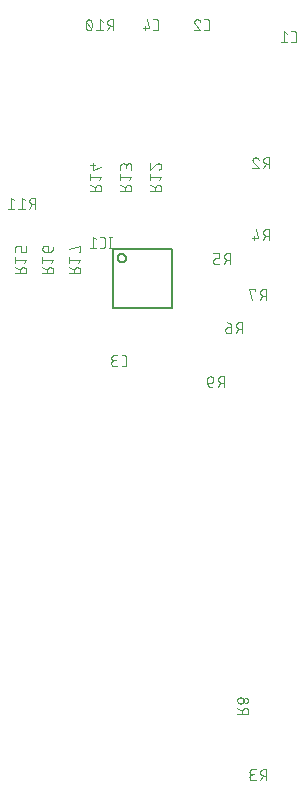
<source format=gbr>
G04 EAGLE Gerber RS-274X export*
G75*
%MOMM*%
%FSLAX34Y34*%
%LPD*%
%INSilkscreen Bottom*%
%IPPOS*%
%AMOC8*
5,1,8,0,0,1.08239X$1,22.5*%
G01*
%ADD10C,0.076200*%
%ADD11C,0.152400*%


D10*
X273572Y850011D02*
X275661Y850011D01*
X275750Y850013D01*
X275838Y850019D01*
X275926Y850028D01*
X276014Y850041D01*
X276101Y850058D01*
X276187Y850078D01*
X276272Y850103D01*
X276357Y850130D01*
X276440Y850162D01*
X276521Y850196D01*
X276601Y850235D01*
X276679Y850276D01*
X276756Y850321D01*
X276830Y850369D01*
X276903Y850420D01*
X276973Y850474D01*
X277040Y850532D01*
X277106Y850592D01*
X277168Y850654D01*
X277228Y850720D01*
X277286Y850787D01*
X277340Y850857D01*
X277391Y850930D01*
X277439Y851004D01*
X277484Y851081D01*
X277525Y851159D01*
X277564Y851239D01*
X277598Y851320D01*
X277630Y851403D01*
X277657Y851488D01*
X277682Y851573D01*
X277702Y851659D01*
X277719Y851746D01*
X277732Y851834D01*
X277741Y851922D01*
X277747Y852010D01*
X277749Y852099D01*
X277749Y857321D01*
X277747Y857410D01*
X277741Y857498D01*
X277732Y857586D01*
X277719Y857674D01*
X277702Y857761D01*
X277682Y857847D01*
X277657Y857932D01*
X277630Y858017D01*
X277598Y858100D01*
X277564Y858181D01*
X277525Y858261D01*
X277484Y858339D01*
X277439Y858416D01*
X277391Y858490D01*
X277340Y858563D01*
X277286Y858633D01*
X277228Y858700D01*
X277168Y858766D01*
X277106Y858828D01*
X277040Y858888D01*
X276973Y858946D01*
X276903Y859000D01*
X276830Y859051D01*
X276756Y859099D01*
X276679Y859144D01*
X276601Y859185D01*
X276521Y859224D01*
X276440Y859258D01*
X276357Y859290D01*
X276272Y859317D01*
X276187Y859342D01*
X276101Y859362D01*
X276014Y859379D01*
X275926Y859392D01*
X275838Y859401D01*
X275750Y859407D01*
X275661Y859409D01*
X273572Y859409D01*
X270103Y857321D02*
X267493Y859409D01*
X267493Y850011D01*
X270103Y850011D02*
X264882Y850011D01*
X202001Y860171D02*
X199912Y860171D01*
X202001Y860171D02*
X202090Y860173D01*
X202178Y860179D01*
X202266Y860188D01*
X202354Y860201D01*
X202441Y860218D01*
X202527Y860238D01*
X202612Y860263D01*
X202697Y860290D01*
X202780Y860322D01*
X202861Y860356D01*
X202941Y860395D01*
X203019Y860436D01*
X203096Y860481D01*
X203170Y860529D01*
X203243Y860580D01*
X203313Y860634D01*
X203380Y860692D01*
X203446Y860752D01*
X203508Y860814D01*
X203568Y860880D01*
X203626Y860947D01*
X203680Y861017D01*
X203731Y861090D01*
X203779Y861164D01*
X203824Y861241D01*
X203865Y861319D01*
X203904Y861399D01*
X203938Y861480D01*
X203970Y861563D01*
X203997Y861648D01*
X204022Y861733D01*
X204042Y861819D01*
X204059Y861906D01*
X204072Y861994D01*
X204081Y862082D01*
X204087Y862170D01*
X204089Y862259D01*
X204089Y867481D01*
X204087Y867570D01*
X204081Y867658D01*
X204072Y867746D01*
X204059Y867834D01*
X204042Y867921D01*
X204022Y868007D01*
X203997Y868092D01*
X203970Y868177D01*
X203938Y868260D01*
X203904Y868341D01*
X203865Y868421D01*
X203824Y868499D01*
X203779Y868576D01*
X203731Y868650D01*
X203680Y868723D01*
X203626Y868793D01*
X203568Y868860D01*
X203508Y868926D01*
X203446Y868988D01*
X203380Y869048D01*
X203313Y869106D01*
X203243Y869160D01*
X203170Y869211D01*
X203096Y869259D01*
X203019Y869304D01*
X202941Y869345D01*
X202861Y869384D01*
X202780Y869418D01*
X202697Y869450D01*
X202612Y869477D01*
X202527Y869502D01*
X202441Y869522D01*
X202354Y869539D01*
X202266Y869552D01*
X202178Y869561D01*
X202090Y869567D01*
X202001Y869569D01*
X199912Y869569D01*
X193572Y869570D02*
X193477Y869568D01*
X193383Y869562D01*
X193289Y869553D01*
X193195Y869540D01*
X193102Y869523D01*
X193010Y869502D01*
X192918Y869477D01*
X192828Y869449D01*
X192739Y869417D01*
X192651Y869382D01*
X192565Y869343D01*
X192480Y869301D01*
X192397Y869255D01*
X192316Y869206D01*
X192237Y869154D01*
X192160Y869099D01*
X192086Y869040D01*
X192014Y868979D01*
X191944Y868915D01*
X191877Y868848D01*
X191813Y868778D01*
X191752Y868706D01*
X191693Y868632D01*
X191638Y868555D01*
X191586Y868476D01*
X191537Y868395D01*
X191491Y868312D01*
X191449Y868227D01*
X191410Y868141D01*
X191375Y868053D01*
X191343Y867964D01*
X191315Y867874D01*
X191290Y867782D01*
X191269Y867690D01*
X191252Y867597D01*
X191239Y867503D01*
X191230Y867409D01*
X191224Y867315D01*
X191222Y867220D01*
X193572Y869569D02*
X193680Y869567D01*
X193789Y869561D01*
X193897Y869551D01*
X194004Y869538D01*
X194111Y869520D01*
X194218Y869499D01*
X194323Y869474D01*
X194428Y869445D01*
X194531Y869413D01*
X194633Y869376D01*
X194734Y869336D01*
X194833Y869293D01*
X194931Y869246D01*
X195027Y869195D01*
X195121Y869141D01*
X195213Y869084D01*
X195303Y869023D01*
X195391Y868959D01*
X195476Y868893D01*
X195559Y868823D01*
X195639Y868750D01*
X195717Y868674D01*
X195792Y868596D01*
X195864Y868515D01*
X195933Y868431D01*
X195999Y868345D01*
X196062Y868257D01*
X196121Y868166D01*
X196178Y868074D01*
X196231Y867979D01*
X196280Y867882D01*
X196326Y867784D01*
X196369Y867685D01*
X196408Y867583D01*
X196443Y867481D01*
X192005Y865392D02*
X191936Y865461D01*
X191870Y865532D01*
X191806Y865605D01*
X191745Y865681D01*
X191687Y865760D01*
X191633Y865840D01*
X191581Y865923D01*
X191533Y866007D01*
X191487Y866093D01*
X191446Y866181D01*
X191407Y866271D01*
X191372Y866362D01*
X191341Y866454D01*
X191313Y866547D01*
X191289Y866641D01*
X191269Y866736D01*
X191252Y866832D01*
X191239Y866929D01*
X191230Y867026D01*
X191224Y867123D01*
X191222Y867220D01*
X192005Y865392D02*
X196443Y860171D01*
X191222Y860171D01*
X131809Y575691D02*
X129721Y575691D01*
X131809Y575691D02*
X131898Y575693D01*
X131986Y575699D01*
X132074Y575708D01*
X132162Y575721D01*
X132249Y575738D01*
X132335Y575758D01*
X132420Y575783D01*
X132505Y575810D01*
X132588Y575842D01*
X132669Y575876D01*
X132749Y575915D01*
X132827Y575956D01*
X132904Y576001D01*
X132978Y576049D01*
X133051Y576100D01*
X133121Y576154D01*
X133188Y576212D01*
X133254Y576272D01*
X133316Y576334D01*
X133376Y576400D01*
X133434Y576467D01*
X133488Y576537D01*
X133539Y576610D01*
X133587Y576684D01*
X133632Y576761D01*
X133673Y576839D01*
X133712Y576919D01*
X133746Y577000D01*
X133778Y577083D01*
X133805Y577168D01*
X133830Y577253D01*
X133850Y577339D01*
X133867Y577426D01*
X133880Y577514D01*
X133889Y577602D01*
X133895Y577690D01*
X133897Y577779D01*
X133898Y577779D02*
X133898Y583001D01*
X133897Y583001D02*
X133895Y583090D01*
X133889Y583178D01*
X133880Y583266D01*
X133867Y583354D01*
X133850Y583441D01*
X133830Y583527D01*
X133805Y583612D01*
X133778Y583697D01*
X133746Y583780D01*
X133712Y583861D01*
X133673Y583941D01*
X133632Y584019D01*
X133587Y584096D01*
X133539Y584170D01*
X133488Y584243D01*
X133434Y584313D01*
X133376Y584380D01*
X133316Y584446D01*
X133254Y584508D01*
X133188Y584568D01*
X133121Y584626D01*
X133051Y584680D01*
X132978Y584731D01*
X132904Y584779D01*
X132827Y584824D01*
X132749Y584865D01*
X132669Y584904D01*
X132588Y584938D01*
X132505Y584970D01*
X132420Y584997D01*
X132335Y585022D01*
X132249Y585042D01*
X132162Y585059D01*
X132074Y585072D01*
X131986Y585081D01*
X131898Y585087D01*
X131809Y585089D01*
X129721Y585089D01*
X126252Y575691D02*
X123642Y575691D01*
X123541Y575693D01*
X123440Y575699D01*
X123339Y575709D01*
X123239Y575722D01*
X123139Y575740D01*
X123040Y575761D01*
X122942Y575787D01*
X122845Y575816D01*
X122749Y575848D01*
X122655Y575885D01*
X122562Y575925D01*
X122470Y575969D01*
X122381Y576016D01*
X122293Y576067D01*
X122207Y576121D01*
X122124Y576178D01*
X122042Y576238D01*
X121964Y576302D01*
X121887Y576368D01*
X121814Y576438D01*
X121743Y576510D01*
X121675Y576585D01*
X121610Y576663D01*
X121548Y576743D01*
X121489Y576825D01*
X121433Y576910D01*
X121381Y576997D01*
X121332Y577085D01*
X121286Y577176D01*
X121245Y577268D01*
X121206Y577362D01*
X121172Y577457D01*
X121141Y577553D01*
X121114Y577651D01*
X121090Y577749D01*
X121071Y577849D01*
X121055Y577949D01*
X121043Y578049D01*
X121035Y578150D01*
X121031Y578251D01*
X121031Y578353D01*
X121035Y578454D01*
X121043Y578555D01*
X121055Y578655D01*
X121071Y578755D01*
X121090Y578855D01*
X121114Y578953D01*
X121141Y579051D01*
X121172Y579147D01*
X121206Y579242D01*
X121245Y579336D01*
X121286Y579428D01*
X121332Y579519D01*
X121381Y579608D01*
X121433Y579694D01*
X121489Y579779D01*
X121548Y579861D01*
X121610Y579941D01*
X121675Y580019D01*
X121743Y580094D01*
X121814Y580166D01*
X121887Y580236D01*
X121964Y580302D01*
X122042Y580366D01*
X122124Y580426D01*
X122207Y580483D01*
X122293Y580537D01*
X122381Y580588D01*
X122470Y580635D01*
X122562Y580679D01*
X122655Y580719D01*
X122749Y580756D01*
X122845Y580788D01*
X122942Y580817D01*
X123040Y580843D01*
X123139Y580864D01*
X123239Y580882D01*
X123339Y580895D01*
X123440Y580905D01*
X123541Y580911D01*
X123642Y580913D01*
X123119Y585089D02*
X126252Y585089D01*
X123119Y585089D02*
X123029Y585087D01*
X122940Y585081D01*
X122850Y585072D01*
X122761Y585058D01*
X122673Y585041D01*
X122586Y585020D01*
X122499Y584995D01*
X122414Y584966D01*
X122330Y584934D01*
X122248Y584899D01*
X122167Y584859D01*
X122088Y584817D01*
X122011Y584771D01*
X121936Y584721D01*
X121863Y584669D01*
X121792Y584613D01*
X121724Y584555D01*
X121659Y584493D01*
X121596Y584429D01*
X121536Y584362D01*
X121479Y584293D01*
X121425Y584221D01*
X121374Y584147D01*
X121326Y584071D01*
X121282Y583993D01*
X121241Y583913D01*
X121203Y583831D01*
X121169Y583748D01*
X121139Y583663D01*
X121112Y583577D01*
X121089Y583491D01*
X121070Y583403D01*
X121055Y583314D01*
X121043Y583225D01*
X121035Y583136D01*
X121031Y583046D01*
X121031Y582956D01*
X121035Y582866D01*
X121043Y582777D01*
X121055Y582688D01*
X121070Y582599D01*
X121089Y582511D01*
X121112Y582425D01*
X121139Y582339D01*
X121169Y582254D01*
X121203Y582171D01*
X121241Y582089D01*
X121282Y582009D01*
X121326Y581931D01*
X121374Y581855D01*
X121425Y581781D01*
X121479Y581709D01*
X121536Y581640D01*
X121596Y581573D01*
X121659Y581509D01*
X121724Y581447D01*
X121792Y581389D01*
X121863Y581333D01*
X121936Y581281D01*
X122011Y581231D01*
X122088Y581185D01*
X122167Y581143D01*
X122248Y581103D01*
X122330Y581068D01*
X122414Y581036D01*
X122499Y581007D01*
X122586Y580982D01*
X122673Y580961D01*
X122761Y580944D01*
X122850Y580930D01*
X122940Y580921D01*
X123029Y580915D01*
X123119Y580913D01*
X123119Y580912D02*
X125208Y580912D01*
X156732Y860171D02*
X158821Y860171D01*
X158910Y860173D01*
X158998Y860179D01*
X159086Y860188D01*
X159174Y860201D01*
X159261Y860218D01*
X159347Y860238D01*
X159432Y860263D01*
X159517Y860290D01*
X159600Y860322D01*
X159681Y860356D01*
X159761Y860395D01*
X159839Y860436D01*
X159916Y860481D01*
X159990Y860529D01*
X160063Y860580D01*
X160133Y860634D01*
X160200Y860692D01*
X160266Y860752D01*
X160328Y860814D01*
X160388Y860880D01*
X160446Y860947D01*
X160500Y861017D01*
X160551Y861090D01*
X160599Y861164D01*
X160644Y861241D01*
X160685Y861319D01*
X160724Y861399D01*
X160758Y861480D01*
X160790Y861563D01*
X160817Y861648D01*
X160842Y861733D01*
X160862Y861819D01*
X160879Y861906D01*
X160892Y861994D01*
X160901Y862082D01*
X160907Y862170D01*
X160909Y862259D01*
X160909Y867481D01*
X160907Y867570D01*
X160901Y867658D01*
X160892Y867746D01*
X160879Y867834D01*
X160862Y867921D01*
X160842Y868007D01*
X160817Y868092D01*
X160790Y868177D01*
X160758Y868260D01*
X160724Y868341D01*
X160685Y868421D01*
X160644Y868499D01*
X160599Y868576D01*
X160551Y868650D01*
X160500Y868723D01*
X160446Y868793D01*
X160388Y868860D01*
X160328Y868926D01*
X160266Y868988D01*
X160200Y869048D01*
X160133Y869106D01*
X160063Y869160D01*
X159990Y869211D01*
X159916Y869259D01*
X159839Y869304D01*
X159761Y869345D01*
X159681Y869384D01*
X159600Y869418D01*
X159517Y869450D01*
X159432Y869477D01*
X159347Y869502D01*
X159261Y869522D01*
X159174Y869539D01*
X159086Y869552D01*
X158998Y869561D01*
X158910Y869567D01*
X158821Y869569D01*
X156732Y869569D01*
X151175Y869569D02*
X153263Y862259D01*
X148042Y862259D01*
X149609Y860171D02*
X149609Y864348D01*
D11*
X172320Y625240D02*
X122320Y625240D01*
X172320Y625240D02*
X172320Y675240D01*
X122320Y675240D01*
X122270Y671740D02*
X122320Y625240D01*
X122270Y671740D02*
X122320Y675240D01*
X126296Y667672D02*
X126298Y667791D01*
X126304Y667911D01*
X126314Y668030D01*
X126328Y668148D01*
X126346Y668266D01*
X126367Y668384D01*
X126393Y668500D01*
X126422Y668616D01*
X126456Y668731D01*
X126493Y668844D01*
X126534Y668956D01*
X126578Y669067D01*
X126626Y669177D01*
X126678Y669284D01*
X126733Y669390D01*
X126792Y669494D01*
X126855Y669596D01*
X126920Y669695D01*
X126989Y669793D01*
X127061Y669888D01*
X127136Y669981D01*
X127215Y670071D01*
X127296Y670159D01*
X127380Y670243D01*
X127467Y670325D01*
X127556Y670404D01*
X127648Y670480D01*
X127743Y670553D01*
X127840Y670623D01*
X127939Y670689D01*
X128041Y670752D01*
X128144Y670812D01*
X128249Y670868D01*
X128356Y670921D01*
X128465Y670970D01*
X128576Y671016D01*
X128688Y671057D01*
X128801Y671095D01*
X128915Y671130D01*
X129031Y671160D01*
X129147Y671187D01*
X129264Y671209D01*
X129382Y671228D01*
X129501Y671243D01*
X129620Y671254D01*
X129739Y671261D01*
X129858Y671264D01*
X129978Y671263D01*
X130097Y671258D01*
X130216Y671249D01*
X130335Y671236D01*
X130453Y671219D01*
X130570Y671199D01*
X130687Y671174D01*
X130803Y671145D01*
X130918Y671113D01*
X131032Y671077D01*
X131145Y671037D01*
X131256Y670993D01*
X131365Y670946D01*
X131473Y670895D01*
X131580Y670841D01*
X131684Y670783D01*
X131786Y670721D01*
X131887Y670657D01*
X131985Y670588D01*
X132081Y670517D01*
X132174Y670443D01*
X132265Y670365D01*
X132353Y670285D01*
X132438Y670201D01*
X132521Y670115D01*
X132601Y670026D01*
X132678Y669935D01*
X132751Y669841D01*
X132822Y669744D01*
X132889Y669646D01*
X132953Y669545D01*
X133014Y669442D01*
X133071Y669337D01*
X133124Y669231D01*
X133174Y669122D01*
X133221Y669012D01*
X133263Y668901D01*
X133302Y668788D01*
X133338Y668674D01*
X133369Y668558D01*
X133396Y668442D01*
X133420Y668325D01*
X133440Y668207D01*
X133456Y668089D01*
X133468Y667970D01*
X133476Y667851D01*
X133480Y667732D01*
X133480Y667612D01*
X133476Y667493D01*
X133468Y667374D01*
X133456Y667255D01*
X133440Y667137D01*
X133420Y667019D01*
X133396Y666902D01*
X133369Y666786D01*
X133338Y666670D01*
X133302Y666556D01*
X133263Y666443D01*
X133221Y666332D01*
X133174Y666222D01*
X133124Y666113D01*
X133071Y666007D01*
X133014Y665902D01*
X132953Y665799D01*
X132889Y665698D01*
X132822Y665600D01*
X132751Y665503D01*
X132678Y665409D01*
X132601Y665318D01*
X132521Y665229D01*
X132438Y665143D01*
X132353Y665059D01*
X132265Y664979D01*
X132174Y664901D01*
X132081Y664827D01*
X131985Y664756D01*
X131887Y664687D01*
X131786Y664623D01*
X131684Y664561D01*
X131580Y664503D01*
X131473Y664449D01*
X131365Y664398D01*
X131256Y664351D01*
X131145Y664307D01*
X131032Y664267D01*
X130918Y664231D01*
X130803Y664199D01*
X130687Y664170D01*
X130570Y664145D01*
X130453Y664125D01*
X130335Y664108D01*
X130216Y664095D01*
X130097Y664086D01*
X129978Y664081D01*
X129858Y664080D01*
X129739Y664083D01*
X129620Y664090D01*
X129501Y664101D01*
X129382Y664116D01*
X129264Y664135D01*
X129147Y664157D01*
X129031Y664184D01*
X128915Y664214D01*
X128801Y664249D01*
X128688Y664287D01*
X128576Y664328D01*
X128465Y664374D01*
X128356Y664423D01*
X128249Y664476D01*
X128144Y664532D01*
X128041Y664592D01*
X127939Y664655D01*
X127840Y664721D01*
X127743Y664791D01*
X127648Y664864D01*
X127556Y664940D01*
X127467Y665019D01*
X127380Y665101D01*
X127296Y665185D01*
X127215Y665273D01*
X127136Y665363D01*
X127061Y665456D01*
X126989Y665551D01*
X126920Y665649D01*
X126855Y665748D01*
X126792Y665850D01*
X126733Y665954D01*
X126678Y666060D01*
X126626Y666167D01*
X126578Y666277D01*
X126534Y666388D01*
X126493Y666500D01*
X126456Y666613D01*
X126422Y666728D01*
X126393Y666844D01*
X126367Y666960D01*
X126346Y667078D01*
X126328Y667196D01*
X126314Y667314D01*
X126304Y667433D01*
X126298Y667553D01*
X126296Y667672D01*
D10*
X120321Y676181D02*
X120321Y685579D01*
X121365Y676181D02*
X119277Y676181D01*
X119277Y685579D02*
X121365Y685579D01*
X113553Y676181D02*
X111465Y676181D01*
X113553Y676181D02*
X113642Y676183D01*
X113730Y676189D01*
X113818Y676198D01*
X113906Y676211D01*
X113993Y676228D01*
X114079Y676248D01*
X114164Y676273D01*
X114249Y676300D01*
X114332Y676332D01*
X114413Y676366D01*
X114493Y676405D01*
X114571Y676446D01*
X114648Y676491D01*
X114722Y676539D01*
X114795Y676590D01*
X114865Y676644D01*
X114932Y676702D01*
X114998Y676762D01*
X115060Y676824D01*
X115120Y676890D01*
X115178Y676957D01*
X115232Y677027D01*
X115283Y677100D01*
X115331Y677174D01*
X115376Y677251D01*
X115417Y677329D01*
X115456Y677409D01*
X115490Y677490D01*
X115522Y677573D01*
X115549Y677658D01*
X115574Y677743D01*
X115594Y677829D01*
X115611Y677916D01*
X115624Y678004D01*
X115633Y678092D01*
X115639Y678180D01*
X115641Y678269D01*
X115642Y678269D02*
X115642Y683491D01*
X115641Y683491D02*
X115639Y683580D01*
X115633Y683668D01*
X115624Y683756D01*
X115611Y683844D01*
X115594Y683931D01*
X115574Y684017D01*
X115549Y684102D01*
X115522Y684187D01*
X115490Y684270D01*
X115456Y684351D01*
X115417Y684431D01*
X115376Y684509D01*
X115331Y684586D01*
X115283Y684660D01*
X115232Y684733D01*
X115178Y684803D01*
X115120Y684870D01*
X115060Y684936D01*
X114998Y684998D01*
X114932Y685058D01*
X114865Y685116D01*
X114795Y685170D01*
X114722Y685221D01*
X114648Y685269D01*
X114571Y685314D01*
X114493Y685355D01*
X114413Y685394D01*
X114332Y685428D01*
X114249Y685460D01*
X114164Y685487D01*
X114079Y685512D01*
X113993Y685532D01*
X113906Y685549D01*
X113818Y685562D01*
X113730Y685571D01*
X113642Y685577D01*
X113553Y685579D01*
X111465Y685579D01*
X107996Y683491D02*
X105386Y685579D01*
X105386Y676181D01*
X107996Y676181D02*
X102775Y676181D01*
X122809Y860171D02*
X122809Y869569D01*
X120198Y869569D01*
X120097Y869567D01*
X119996Y869561D01*
X119895Y869551D01*
X119795Y869538D01*
X119695Y869520D01*
X119596Y869499D01*
X119498Y869473D01*
X119401Y869444D01*
X119305Y869412D01*
X119211Y869375D01*
X119118Y869335D01*
X119026Y869291D01*
X118937Y869244D01*
X118849Y869193D01*
X118763Y869139D01*
X118680Y869082D01*
X118598Y869022D01*
X118520Y868958D01*
X118443Y868892D01*
X118370Y868822D01*
X118299Y868750D01*
X118231Y868675D01*
X118166Y868597D01*
X118104Y868517D01*
X118045Y868435D01*
X117989Y868350D01*
X117937Y868264D01*
X117888Y868175D01*
X117842Y868084D01*
X117801Y867992D01*
X117762Y867898D01*
X117728Y867803D01*
X117697Y867707D01*
X117670Y867609D01*
X117646Y867511D01*
X117627Y867411D01*
X117611Y867311D01*
X117599Y867211D01*
X117591Y867110D01*
X117587Y867009D01*
X117587Y866907D01*
X117591Y866806D01*
X117599Y866705D01*
X117611Y866605D01*
X117627Y866505D01*
X117646Y866405D01*
X117670Y866307D01*
X117697Y866209D01*
X117728Y866113D01*
X117762Y866018D01*
X117801Y865924D01*
X117842Y865832D01*
X117888Y865741D01*
X117937Y865653D01*
X117989Y865566D01*
X118045Y865481D01*
X118104Y865399D01*
X118166Y865319D01*
X118231Y865241D01*
X118299Y865166D01*
X118370Y865094D01*
X118443Y865024D01*
X118520Y864958D01*
X118598Y864894D01*
X118680Y864834D01*
X118763Y864777D01*
X118849Y864723D01*
X118937Y864672D01*
X119026Y864625D01*
X119118Y864581D01*
X119211Y864541D01*
X119305Y864504D01*
X119401Y864472D01*
X119498Y864443D01*
X119596Y864417D01*
X119695Y864396D01*
X119795Y864378D01*
X119895Y864365D01*
X119996Y864355D01*
X120097Y864349D01*
X120198Y864347D01*
X120198Y864348D02*
X122809Y864348D01*
X119676Y864348D02*
X117588Y860171D01*
X113722Y867481D02*
X111112Y869569D01*
X111112Y860171D01*
X113722Y860171D02*
X108501Y860171D01*
X104578Y864870D02*
X104576Y865055D01*
X104569Y865240D01*
X104558Y865424D01*
X104543Y865608D01*
X104523Y865792D01*
X104499Y865976D01*
X104470Y866158D01*
X104437Y866340D01*
X104400Y866521D01*
X104358Y866701D01*
X104312Y866881D01*
X104262Y867059D01*
X104208Y867235D01*
X104149Y867411D01*
X104087Y867585D01*
X104020Y867757D01*
X103949Y867928D01*
X103874Y868097D01*
X103795Y868264D01*
X103796Y868264D02*
X103766Y868344D01*
X103733Y868423D01*
X103696Y868500D01*
X103656Y868576D01*
X103613Y868650D01*
X103567Y868722D01*
X103517Y868791D01*
X103465Y868859D01*
X103409Y868924D01*
X103351Y868987D01*
X103289Y869046D01*
X103226Y869104D01*
X103159Y869158D01*
X103091Y869209D01*
X103020Y869257D01*
X102947Y869302D01*
X102873Y869344D01*
X102796Y869382D01*
X102718Y869417D01*
X102639Y869449D01*
X102558Y869477D01*
X102476Y869501D01*
X102392Y869522D01*
X102309Y869539D01*
X102224Y869552D01*
X102139Y869561D01*
X102054Y869567D01*
X101968Y869569D01*
X101882Y869567D01*
X101797Y869561D01*
X101712Y869552D01*
X101627Y869539D01*
X101544Y869522D01*
X101460Y869501D01*
X101378Y869477D01*
X101298Y869449D01*
X101218Y869417D01*
X101140Y869382D01*
X101063Y869344D01*
X100989Y869302D01*
X100916Y869257D01*
X100845Y869209D01*
X100777Y869158D01*
X100710Y869104D01*
X100647Y869046D01*
X100586Y868987D01*
X100527Y868924D01*
X100472Y868859D01*
X100419Y868791D01*
X100369Y868722D01*
X100323Y868650D01*
X100280Y868576D01*
X100240Y868500D01*
X100203Y868423D01*
X100170Y868344D01*
X100140Y868264D01*
X100061Y868097D01*
X99986Y867928D01*
X99915Y867757D01*
X99848Y867585D01*
X99786Y867411D01*
X99727Y867235D01*
X99673Y867059D01*
X99623Y866881D01*
X99577Y866701D01*
X99535Y866521D01*
X99498Y866340D01*
X99465Y866158D01*
X99436Y865976D01*
X99412Y865792D01*
X99392Y865608D01*
X99377Y865424D01*
X99366Y865240D01*
X99359Y865055D01*
X99357Y864870D01*
X104578Y864870D02*
X104576Y864685D01*
X104569Y864500D01*
X104558Y864316D01*
X104543Y864132D01*
X104523Y863948D01*
X104499Y863764D01*
X104470Y863582D01*
X104437Y863400D01*
X104400Y863219D01*
X104358Y863039D01*
X104312Y862859D01*
X104262Y862681D01*
X104208Y862505D01*
X104149Y862329D01*
X104087Y862155D01*
X104020Y861983D01*
X103949Y861812D01*
X103874Y861643D01*
X103795Y861476D01*
X103796Y861476D02*
X103766Y861396D01*
X103733Y861317D01*
X103696Y861240D01*
X103656Y861164D01*
X103613Y861090D01*
X103567Y861018D01*
X103517Y860949D01*
X103464Y860881D01*
X103409Y860816D01*
X103350Y860753D01*
X103289Y860694D01*
X103226Y860636D01*
X103159Y860582D01*
X103091Y860531D01*
X103020Y860483D01*
X102947Y860438D01*
X102873Y860396D01*
X102796Y860358D01*
X102718Y860323D01*
X102639Y860291D01*
X102558Y860263D01*
X102476Y860239D01*
X102392Y860218D01*
X102309Y860201D01*
X102224Y860188D01*
X102139Y860179D01*
X102054Y860173D01*
X101968Y860171D01*
X100140Y861476D02*
X100061Y861643D01*
X99986Y861812D01*
X99915Y861983D01*
X99848Y862155D01*
X99786Y862329D01*
X99727Y862505D01*
X99673Y862681D01*
X99623Y862859D01*
X99577Y863039D01*
X99535Y863219D01*
X99498Y863400D01*
X99465Y863582D01*
X99436Y863764D01*
X99412Y863948D01*
X99392Y864132D01*
X99377Y864316D01*
X99366Y864500D01*
X99359Y864685D01*
X99357Y864870D01*
X100140Y861476D02*
X100170Y861396D01*
X100203Y861317D01*
X100240Y861240D01*
X100280Y861164D01*
X100323Y861090D01*
X100369Y861018D01*
X100419Y860949D01*
X100472Y860881D01*
X100527Y860816D01*
X100586Y860753D01*
X100647Y860694D01*
X100710Y860636D01*
X100777Y860582D01*
X100845Y860531D01*
X100916Y860483D01*
X100989Y860438D01*
X101063Y860396D01*
X101140Y860358D01*
X101218Y860323D01*
X101298Y860291D01*
X101378Y860263D01*
X101460Y860239D01*
X101544Y860218D01*
X101627Y860201D01*
X101712Y860188D01*
X101797Y860179D01*
X101882Y860173D01*
X101968Y860171D01*
X104056Y862259D02*
X99879Y867481D01*
X56769Y718439D02*
X56769Y709041D01*
X56769Y718439D02*
X54158Y718439D01*
X54057Y718437D01*
X53956Y718431D01*
X53855Y718421D01*
X53755Y718408D01*
X53655Y718390D01*
X53556Y718369D01*
X53458Y718343D01*
X53361Y718314D01*
X53265Y718282D01*
X53171Y718245D01*
X53078Y718205D01*
X52986Y718161D01*
X52897Y718114D01*
X52809Y718063D01*
X52723Y718009D01*
X52640Y717952D01*
X52558Y717892D01*
X52480Y717828D01*
X52403Y717762D01*
X52330Y717692D01*
X52259Y717620D01*
X52191Y717545D01*
X52126Y717467D01*
X52064Y717387D01*
X52005Y717305D01*
X51949Y717220D01*
X51897Y717134D01*
X51848Y717045D01*
X51802Y716954D01*
X51761Y716862D01*
X51722Y716768D01*
X51688Y716673D01*
X51657Y716577D01*
X51630Y716479D01*
X51606Y716381D01*
X51587Y716281D01*
X51571Y716181D01*
X51559Y716081D01*
X51551Y715980D01*
X51547Y715879D01*
X51547Y715777D01*
X51551Y715676D01*
X51559Y715575D01*
X51571Y715475D01*
X51587Y715375D01*
X51606Y715275D01*
X51630Y715177D01*
X51657Y715079D01*
X51688Y714983D01*
X51722Y714888D01*
X51761Y714794D01*
X51802Y714702D01*
X51848Y714611D01*
X51897Y714523D01*
X51949Y714436D01*
X52005Y714351D01*
X52064Y714269D01*
X52126Y714189D01*
X52191Y714111D01*
X52259Y714036D01*
X52330Y713964D01*
X52403Y713894D01*
X52480Y713828D01*
X52558Y713764D01*
X52640Y713704D01*
X52723Y713647D01*
X52809Y713593D01*
X52897Y713542D01*
X52986Y713495D01*
X53078Y713451D01*
X53171Y713411D01*
X53265Y713374D01*
X53361Y713342D01*
X53458Y713313D01*
X53556Y713287D01*
X53655Y713266D01*
X53755Y713248D01*
X53855Y713235D01*
X53956Y713225D01*
X54057Y713219D01*
X54158Y713217D01*
X54158Y713218D02*
X56769Y713218D01*
X53636Y713218D02*
X51548Y709041D01*
X47682Y716351D02*
X45072Y718439D01*
X45072Y709041D01*
X47682Y709041D02*
X42461Y709041D01*
X38538Y716351D02*
X35928Y718439D01*
X35928Y709041D01*
X38538Y709041D02*
X33317Y709041D01*
X254889Y743331D02*
X254889Y752729D01*
X252278Y752729D01*
X252177Y752727D01*
X252076Y752721D01*
X251975Y752711D01*
X251875Y752698D01*
X251775Y752680D01*
X251676Y752659D01*
X251578Y752633D01*
X251481Y752604D01*
X251385Y752572D01*
X251291Y752535D01*
X251198Y752495D01*
X251106Y752451D01*
X251017Y752404D01*
X250929Y752353D01*
X250843Y752299D01*
X250760Y752242D01*
X250678Y752182D01*
X250600Y752118D01*
X250523Y752052D01*
X250450Y751982D01*
X250379Y751910D01*
X250311Y751835D01*
X250246Y751757D01*
X250184Y751677D01*
X250125Y751595D01*
X250069Y751510D01*
X250017Y751424D01*
X249968Y751335D01*
X249922Y751244D01*
X249881Y751152D01*
X249842Y751058D01*
X249808Y750963D01*
X249777Y750867D01*
X249750Y750769D01*
X249726Y750671D01*
X249707Y750571D01*
X249691Y750471D01*
X249679Y750371D01*
X249671Y750270D01*
X249667Y750169D01*
X249667Y750067D01*
X249671Y749966D01*
X249679Y749865D01*
X249691Y749765D01*
X249707Y749665D01*
X249726Y749565D01*
X249750Y749467D01*
X249777Y749369D01*
X249808Y749273D01*
X249842Y749178D01*
X249881Y749084D01*
X249922Y748992D01*
X249968Y748901D01*
X250017Y748813D01*
X250069Y748726D01*
X250125Y748641D01*
X250184Y748559D01*
X250246Y748479D01*
X250311Y748401D01*
X250379Y748326D01*
X250450Y748254D01*
X250523Y748184D01*
X250600Y748118D01*
X250678Y748054D01*
X250760Y747994D01*
X250843Y747937D01*
X250929Y747883D01*
X251017Y747832D01*
X251106Y747785D01*
X251198Y747741D01*
X251291Y747701D01*
X251385Y747664D01*
X251481Y747632D01*
X251578Y747603D01*
X251676Y747577D01*
X251775Y747556D01*
X251875Y747538D01*
X251975Y747525D01*
X252076Y747515D01*
X252177Y747509D01*
X252278Y747507D01*
X252278Y747508D02*
X254889Y747508D01*
X251756Y747508D02*
X249668Y743331D01*
X240581Y750380D02*
X240583Y750475D01*
X240589Y750569D01*
X240598Y750663D01*
X240611Y750757D01*
X240628Y750850D01*
X240649Y750942D01*
X240674Y751034D01*
X240702Y751124D01*
X240734Y751213D01*
X240769Y751301D01*
X240808Y751387D01*
X240850Y751472D01*
X240896Y751555D01*
X240945Y751636D01*
X240997Y751715D01*
X241052Y751792D01*
X241111Y751866D01*
X241172Y751938D01*
X241236Y752008D01*
X241303Y752075D01*
X241373Y752139D01*
X241445Y752200D01*
X241519Y752259D01*
X241596Y752314D01*
X241675Y752366D01*
X241756Y752415D01*
X241839Y752461D01*
X241924Y752503D01*
X242010Y752542D01*
X242098Y752577D01*
X242187Y752609D01*
X242277Y752637D01*
X242369Y752662D01*
X242461Y752683D01*
X242554Y752700D01*
X242648Y752713D01*
X242742Y752722D01*
X242836Y752728D01*
X242931Y752730D01*
X242931Y752729D02*
X243039Y752727D01*
X243148Y752721D01*
X243256Y752711D01*
X243363Y752698D01*
X243470Y752680D01*
X243577Y752659D01*
X243682Y752634D01*
X243787Y752605D01*
X243890Y752573D01*
X243992Y752536D01*
X244093Y752496D01*
X244192Y752453D01*
X244290Y752406D01*
X244386Y752355D01*
X244480Y752301D01*
X244572Y752244D01*
X244662Y752183D01*
X244750Y752119D01*
X244835Y752053D01*
X244918Y751983D01*
X244998Y751910D01*
X245076Y751834D01*
X245151Y751756D01*
X245223Y751675D01*
X245292Y751591D01*
X245358Y751505D01*
X245421Y751417D01*
X245480Y751326D01*
X245537Y751234D01*
X245590Y751139D01*
X245639Y751042D01*
X245685Y750944D01*
X245728Y750845D01*
X245767Y750743D01*
X245802Y750641D01*
X241364Y748552D02*
X241295Y748621D01*
X241229Y748692D01*
X241165Y748765D01*
X241104Y748841D01*
X241046Y748920D01*
X240992Y749000D01*
X240940Y749083D01*
X240892Y749167D01*
X240846Y749253D01*
X240805Y749341D01*
X240766Y749431D01*
X240731Y749522D01*
X240700Y749614D01*
X240672Y749707D01*
X240648Y749801D01*
X240628Y749896D01*
X240611Y749992D01*
X240598Y750089D01*
X240589Y750186D01*
X240583Y750283D01*
X240581Y750380D01*
X241364Y748552D02*
X245802Y743331D01*
X240581Y743331D01*
X252349Y234569D02*
X252349Y225171D01*
X252349Y234569D02*
X249738Y234569D01*
X249637Y234567D01*
X249536Y234561D01*
X249435Y234551D01*
X249335Y234538D01*
X249235Y234520D01*
X249136Y234499D01*
X249038Y234473D01*
X248941Y234444D01*
X248845Y234412D01*
X248751Y234375D01*
X248658Y234335D01*
X248566Y234291D01*
X248477Y234244D01*
X248389Y234193D01*
X248303Y234139D01*
X248220Y234082D01*
X248138Y234022D01*
X248060Y233958D01*
X247983Y233892D01*
X247910Y233822D01*
X247839Y233750D01*
X247771Y233675D01*
X247706Y233597D01*
X247644Y233517D01*
X247585Y233435D01*
X247529Y233350D01*
X247477Y233264D01*
X247428Y233175D01*
X247382Y233084D01*
X247341Y232992D01*
X247302Y232898D01*
X247268Y232803D01*
X247237Y232707D01*
X247210Y232609D01*
X247186Y232511D01*
X247167Y232411D01*
X247151Y232311D01*
X247139Y232211D01*
X247131Y232110D01*
X247127Y232009D01*
X247127Y231907D01*
X247131Y231806D01*
X247139Y231705D01*
X247151Y231605D01*
X247167Y231505D01*
X247186Y231405D01*
X247210Y231307D01*
X247237Y231209D01*
X247268Y231113D01*
X247302Y231018D01*
X247341Y230924D01*
X247382Y230832D01*
X247428Y230741D01*
X247477Y230653D01*
X247529Y230566D01*
X247585Y230481D01*
X247644Y230399D01*
X247706Y230319D01*
X247771Y230241D01*
X247839Y230166D01*
X247910Y230094D01*
X247983Y230024D01*
X248060Y229958D01*
X248138Y229894D01*
X248220Y229834D01*
X248303Y229777D01*
X248389Y229723D01*
X248477Y229672D01*
X248566Y229625D01*
X248658Y229581D01*
X248751Y229541D01*
X248845Y229504D01*
X248941Y229472D01*
X249038Y229443D01*
X249136Y229417D01*
X249235Y229396D01*
X249335Y229378D01*
X249435Y229365D01*
X249536Y229355D01*
X249637Y229349D01*
X249738Y229347D01*
X249738Y229348D02*
X252349Y229348D01*
X249216Y229348D02*
X247128Y225171D01*
X243262Y225171D02*
X240652Y225171D01*
X240551Y225173D01*
X240450Y225179D01*
X240349Y225189D01*
X240249Y225202D01*
X240149Y225220D01*
X240050Y225241D01*
X239952Y225267D01*
X239855Y225296D01*
X239759Y225328D01*
X239665Y225365D01*
X239572Y225405D01*
X239480Y225449D01*
X239391Y225496D01*
X239303Y225547D01*
X239217Y225601D01*
X239134Y225658D01*
X239052Y225718D01*
X238974Y225782D01*
X238897Y225848D01*
X238824Y225918D01*
X238753Y225990D01*
X238685Y226065D01*
X238620Y226143D01*
X238558Y226223D01*
X238499Y226305D01*
X238443Y226390D01*
X238391Y226477D01*
X238342Y226565D01*
X238296Y226656D01*
X238255Y226748D01*
X238216Y226842D01*
X238182Y226937D01*
X238151Y227033D01*
X238124Y227131D01*
X238100Y227229D01*
X238081Y227329D01*
X238065Y227429D01*
X238053Y227529D01*
X238045Y227630D01*
X238041Y227731D01*
X238041Y227833D01*
X238045Y227934D01*
X238053Y228035D01*
X238065Y228135D01*
X238081Y228235D01*
X238100Y228335D01*
X238124Y228433D01*
X238151Y228531D01*
X238182Y228627D01*
X238216Y228722D01*
X238255Y228816D01*
X238296Y228908D01*
X238342Y228999D01*
X238391Y229088D01*
X238443Y229174D01*
X238499Y229259D01*
X238558Y229341D01*
X238620Y229421D01*
X238685Y229499D01*
X238753Y229574D01*
X238824Y229646D01*
X238897Y229716D01*
X238974Y229782D01*
X239052Y229846D01*
X239134Y229906D01*
X239217Y229963D01*
X239303Y230017D01*
X239391Y230068D01*
X239480Y230115D01*
X239572Y230159D01*
X239665Y230199D01*
X239759Y230236D01*
X239855Y230268D01*
X239952Y230297D01*
X240050Y230323D01*
X240149Y230344D01*
X240249Y230362D01*
X240349Y230375D01*
X240450Y230385D01*
X240551Y230391D01*
X240652Y230393D01*
X240129Y234569D02*
X243262Y234569D01*
X240129Y234569D02*
X240039Y234567D01*
X239950Y234561D01*
X239860Y234552D01*
X239771Y234538D01*
X239683Y234521D01*
X239596Y234500D01*
X239509Y234475D01*
X239424Y234446D01*
X239340Y234414D01*
X239258Y234379D01*
X239177Y234339D01*
X239098Y234297D01*
X239021Y234251D01*
X238946Y234201D01*
X238873Y234149D01*
X238802Y234093D01*
X238734Y234035D01*
X238669Y233973D01*
X238606Y233909D01*
X238546Y233842D01*
X238489Y233773D01*
X238435Y233701D01*
X238384Y233627D01*
X238336Y233551D01*
X238292Y233473D01*
X238251Y233393D01*
X238213Y233311D01*
X238179Y233228D01*
X238149Y233143D01*
X238122Y233057D01*
X238099Y232971D01*
X238080Y232883D01*
X238065Y232794D01*
X238053Y232705D01*
X238045Y232616D01*
X238041Y232526D01*
X238041Y232436D01*
X238045Y232346D01*
X238053Y232257D01*
X238065Y232168D01*
X238080Y232079D01*
X238099Y231991D01*
X238122Y231905D01*
X238149Y231819D01*
X238179Y231734D01*
X238213Y231651D01*
X238251Y231569D01*
X238292Y231489D01*
X238336Y231411D01*
X238384Y231335D01*
X238435Y231261D01*
X238489Y231189D01*
X238546Y231120D01*
X238606Y231053D01*
X238669Y230989D01*
X238734Y230927D01*
X238802Y230869D01*
X238873Y230813D01*
X238946Y230761D01*
X239021Y230711D01*
X239098Y230665D01*
X239177Y230623D01*
X239258Y230583D01*
X239340Y230548D01*
X239424Y230516D01*
X239509Y230487D01*
X239596Y230462D01*
X239683Y230441D01*
X239771Y230424D01*
X239860Y230410D01*
X239950Y230401D01*
X240039Y230395D01*
X240129Y230393D01*
X240129Y230392D02*
X242218Y230392D01*
X254719Y682371D02*
X254719Y691769D01*
X252108Y691769D01*
X252007Y691767D01*
X251906Y691761D01*
X251805Y691751D01*
X251705Y691738D01*
X251605Y691720D01*
X251506Y691699D01*
X251408Y691673D01*
X251311Y691644D01*
X251215Y691612D01*
X251121Y691575D01*
X251028Y691535D01*
X250936Y691491D01*
X250847Y691444D01*
X250759Y691393D01*
X250673Y691339D01*
X250590Y691282D01*
X250508Y691222D01*
X250430Y691158D01*
X250353Y691092D01*
X250280Y691022D01*
X250209Y690950D01*
X250141Y690875D01*
X250076Y690797D01*
X250014Y690717D01*
X249955Y690635D01*
X249899Y690550D01*
X249847Y690464D01*
X249798Y690375D01*
X249752Y690284D01*
X249711Y690192D01*
X249672Y690098D01*
X249638Y690003D01*
X249607Y689907D01*
X249580Y689809D01*
X249556Y689711D01*
X249537Y689611D01*
X249521Y689511D01*
X249509Y689411D01*
X249501Y689310D01*
X249497Y689209D01*
X249497Y689107D01*
X249501Y689006D01*
X249509Y688905D01*
X249521Y688805D01*
X249537Y688705D01*
X249556Y688605D01*
X249580Y688507D01*
X249607Y688409D01*
X249638Y688313D01*
X249672Y688218D01*
X249711Y688124D01*
X249752Y688032D01*
X249798Y687941D01*
X249847Y687853D01*
X249899Y687766D01*
X249955Y687681D01*
X250014Y687599D01*
X250076Y687519D01*
X250141Y687441D01*
X250209Y687366D01*
X250280Y687294D01*
X250353Y687224D01*
X250430Y687158D01*
X250508Y687094D01*
X250590Y687034D01*
X250673Y686977D01*
X250759Y686923D01*
X250847Y686872D01*
X250936Y686825D01*
X251028Y686781D01*
X251121Y686741D01*
X251215Y686704D01*
X251311Y686672D01*
X251408Y686643D01*
X251506Y686617D01*
X251605Y686596D01*
X251705Y686578D01*
X251805Y686565D01*
X251906Y686555D01*
X252007Y686549D01*
X252108Y686547D01*
X252108Y686548D02*
X254719Y686548D01*
X251586Y686548D02*
X249498Y682371D01*
X245632Y684459D02*
X243544Y691769D01*
X245632Y684459D02*
X240411Y684459D01*
X241977Y686548D02*
X241977Y682371D01*
X221699Y671449D02*
X221699Y662051D01*
X221699Y671449D02*
X219088Y671449D01*
X218987Y671447D01*
X218886Y671441D01*
X218785Y671431D01*
X218685Y671418D01*
X218585Y671400D01*
X218486Y671379D01*
X218388Y671353D01*
X218291Y671324D01*
X218195Y671292D01*
X218101Y671255D01*
X218008Y671215D01*
X217916Y671171D01*
X217827Y671124D01*
X217739Y671073D01*
X217653Y671019D01*
X217570Y670962D01*
X217488Y670902D01*
X217410Y670838D01*
X217333Y670772D01*
X217260Y670702D01*
X217189Y670630D01*
X217121Y670555D01*
X217056Y670477D01*
X216994Y670397D01*
X216935Y670315D01*
X216879Y670230D01*
X216827Y670144D01*
X216778Y670055D01*
X216732Y669964D01*
X216691Y669872D01*
X216652Y669778D01*
X216618Y669683D01*
X216587Y669587D01*
X216560Y669489D01*
X216536Y669391D01*
X216517Y669291D01*
X216501Y669191D01*
X216489Y669091D01*
X216481Y668990D01*
X216477Y668889D01*
X216477Y668787D01*
X216481Y668686D01*
X216489Y668585D01*
X216501Y668485D01*
X216517Y668385D01*
X216536Y668285D01*
X216560Y668187D01*
X216587Y668089D01*
X216618Y667993D01*
X216652Y667898D01*
X216691Y667804D01*
X216732Y667712D01*
X216778Y667621D01*
X216827Y667533D01*
X216879Y667446D01*
X216935Y667361D01*
X216994Y667279D01*
X217056Y667199D01*
X217121Y667121D01*
X217189Y667046D01*
X217260Y666974D01*
X217333Y666904D01*
X217410Y666838D01*
X217488Y666774D01*
X217570Y666714D01*
X217653Y666657D01*
X217739Y666603D01*
X217827Y666552D01*
X217916Y666505D01*
X218008Y666461D01*
X218101Y666421D01*
X218195Y666384D01*
X218291Y666352D01*
X218388Y666323D01*
X218486Y666297D01*
X218585Y666276D01*
X218685Y666258D01*
X218785Y666245D01*
X218886Y666235D01*
X218987Y666229D01*
X219088Y666227D01*
X219088Y666228D02*
X221699Y666228D01*
X218566Y666228D02*
X216478Y662051D01*
X212612Y662051D02*
X209479Y662051D01*
X209390Y662053D01*
X209302Y662059D01*
X209214Y662068D01*
X209126Y662081D01*
X209039Y662098D01*
X208953Y662118D01*
X208868Y662143D01*
X208783Y662170D01*
X208700Y662202D01*
X208619Y662236D01*
X208539Y662275D01*
X208461Y662316D01*
X208384Y662361D01*
X208310Y662409D01*
X208237Y662460D01*
X208167Y662514D01*
X208100Y662572D01*
X208034Y662632D01*
X207972Y662694D01*
X207912Y662760D01*
X207854Y662827D01*
X207800Y662897D01*
X207749Y662970D01*
X207701Y663044D01*
X207656Y663121D01*
X207615Y663199D01*
X207576Y663279D01*
X207542Y663360D01*
X207510Y663443D01*
X207483Y663528D01*
X207458Y663613D01*
X207438Y663699D01*
X207421Y663786D01*
X207408Y663874D01*
X207399Y663962D01*
X207393Y664050D01*
X207391Y664139D01*
X207391Y665184D01*
X207393Y665273D01*
X207399Y665361D01*
X207408Y665449D01*
X207421Y665537D01*
X207438Y665624D01*
X207458Y665710D01*
X207483Y665795D01*
X207510Y665880D01*
X207542Y665963D01*
X207576Y666044D01*
X207615Y666124D01*
X207656Y666202D01*
X207701Y666279D01*
X207749Y666353D01*
X207800Y666426D01*
X207854Y666496D01*
X207912Y666563D01*
X207972Y666629D01*
X208034Y666691D01*
X208100Y666751D01*
X208167Y666809D01*
X208237Y666863D01*
X208310Y666914D01*
X208384Y666962D01*
X208461Y667007D01*
X208539Y667048D01*
X208619Y667087D01*
X208700Y667121D01*
X208783Y667153D01*
X208868Y667180D01*
X208953Y667205D01*
X209039Y667225D01*
X209126Y667242D01*
X209214Y667255D01*
X209302Y667264D01*
X209390Y667270D01*
X209479Y667272D01*
X212612Y667272D01*
X212612Y671449D01*
X207391Y671449D01*
X231859Y613029D02*
X231859Y603631D01*
X231859Y613029D02*
X229248Y613029D01*
X229147Y613027D01*
X229046Y613021D01*
X228945Y613011D01*
X228845Y612998D01*
X228745Y612980D01*
X228646Y612959D01*
X228548Y612933D01*
X228451Y612904D01*
X228355Y612872D01*
X228261Y612835D01*
X228168Y612795D01*
X228076Y612751D01*
X227987Y612704D01*
X227899Y612653D01*
X227813Y612599D01*
X227730Y612542D01*
X227648Y612482D01*
X227570Y612418D01*
X227493Y612352D01*
X227420Y612282D01*
X227349Y612210D01*
X227281Y612135D01*
X227216Y612057D01*
X227154Y611977D01*
X227095Y611895D01*
X227039Y611810D01*
X226987Y611724D01*
X226938Y611635D01*
X226892Y611544D01*
X226851Y611452D01*
X226812Y611358D01*
X226778Y611263D01*
X226747Y611167D01*
X226720Y611069D01*
X226696Y610971D01*
X226677Y610871D01*
X226661Y610771D01*
X226649Y610671D01*
X226641Y610570D01*
X226637Y610469D01*
X226637Y610367D01*
X226641Y610266D01*
X226649Y610165D01*
X226661Y610065D01*
X226677Y609965D01*
X226696Y609865D01*
X226720Y609767D01*
X226747Y609669D01*
X226778Y609573D01*
X226812Y609478D01*
X226851Y609384D01*
X226892Y609292D01*
X226938Y609201D01*
X226987Y609113D01*
X227039Y609026D01*
X227095Y608941D01*
X227154Y608859D01*
X227216Y608779D01*
X227281Y608701D01*
X227349Y608626D01*
X227420Y608554D01*
X227493Y608484D01*
X227570Y608418D01*
X227648Y608354D01*
X227730Y608294D01*
X227813Y608237D01*
X227899Y608183D01*
X227987Y608132D01*
X228076Y608085D01*
X228168Y608041D01*
X228261Y608001D01*
X228355Y607964D01*
X228451Y607932D01*
X228548Y607903D01*
X228646Y607877D01*
X228745Y607856D01*
X228845Y607838D01*
X228945Y607825D01*
X229046Y607815D01*
X229147Y607809D01*
X229248Y607807D01*
X229248Y607808D02*
X231859Y607808D01*
X228726Y607808D02*
X226638Y603631D01*
X222772Y608852D02*
X219639Y608852D01*
X219550Y608850D01*
X219462Y608844D01*
X219374Y608835D01*
X219286Y608822D01*
X219199Y608805D01*
X219113Y608785D01*
X219028Y608760D01*
X218943Y608733D01*
X218860Y608701D01*
X218779Y608667D01*
X218699Y608628D01*
X218621Y608587D01*
X218544Y608542D01*
X218470Y608494D01*
X218397Y608443D01*
X218327Y608389D01*
X218260Y608331D01*
X218194Y608271D01*
X218132Y608209D01*
X218072Y608143D01*
X218014Y608076D01*
X217960Y608006D01*
X217909Y607933D01*
X217861Y607859D01*
X217816Y607782D01*
X217775Y607704D01*
X217736Y607624D01*
X217702Y607543D01*
X217670Y607460D01*
X217643Y607375D01*
X217618Y607290D01*
X217598Y607204D01*
X217581Y607117D01*
X217568Y607029D01*
X217559Y606941D01*
X217553Y606853D01*
X217551Y606764D01*
X217551Y606242D01*
X217553Y606141D01*
X217559Y606040D01*
X217569Y605939D01*
X217582Y605839D01*
X217600Y605739D01*
X217621Y605640D01*
X217647Y605542D01*
X217676Y605445D01*
X217708Y605349D01*
X217745Y605255D01*
X217785Y605162D01*
X217829Y605070D01*
X217876Y604981D01*
X217927Y604893D01*
X217981Y604807D01*
X218038Y604724D01*
X218098Y604642D01*
X218162Y604564D01*
X218228Y604487D01*
X218298Y604414D01*
X218370Y604343D01*
X218445Y604275D01*
X218523Y604210D01*
X218603Y604148D01*
X218685Y604089D01*
X218770Y604033D01*
X218857Y603981D01*
X218945Y603932D01*
X219036Y603886D01*
X219128Y603845D01*
X219222Y603806D01*
X219317Y603772D01*
X219413Y603741D01*
X219511Y603714D01*
X219609Y603690D01*
X219709Y603671D01*
X219809Y603655D01*
X219909Y603643D01*
X220010Y603635D01*
X220111Y603631D01*
X220213Y603631D01*
X220314Y603635D01*
X220415Y603643D01*
X220515Y603655D01*
X220615Y603671D01*
X220715Y603690D01*
X220813Y603714D01*
X220911Y603741D01*
X221007Y603772D01*
X221102Y603806D01*
X221196Y603845D01*
X221288Y603886D01*
X221379Y603932D01*
X221467Y603981D01*
X221554Y604033D01*
X221639Y604089D01*
X221721Y604148D01*
X221801Y604210D01*
X221879Y604275D01*
X221954Y604343D01*
X222026Y604414D01*
X222096Y604487D01*
X222162Y604564D01*
X222226Y604642D01*
X222286Y604724D01*
X222343Y604807D01*
X222397Y604893D01*
X222448Y604981D01*
X222495Y605070D01*
X222539Y605162D01*
X222579Y605255D01*
X222616Y605349D01*
X222648Y605445D01*
X222677Y605542D01*
X222703Y605640D01*
X222724Y605739D01*
X222742Y605839D01*
X222755Y605939D01*
X222765Y606040D01*
X222771Y606141D01*
X222773Y606242D01*
X222772Y606242D02*
X222772Y608852D01*
X222770Y608978D01*
X222764Y609104D01*
X222755Y609230D01*
X222742Y609355D01*
X222724Y609480D01*
X222704Y609605D01*
X222679Y609729D01*
X222651Y609852D01*
X222619Y609974D01*
X222583Y610095D01*
X222544Y610215D01*
X222501Y610333D01*
X222454Y610450D01*
X222404Y610566D01*
X222350Y610681D01*
X222294Y610793D01*
X222233Y610904D01*
X222170Y611013D01*
X222103Y611120D01*
X222033Y611225D01*
X221959Y611328D01*
X221883Y611428D01*
X221804Y611526D01*
X221722Y611622D01*
X221636Y611715D01*
X221549Y611806D01*
X221458Y611893D01*
X221365Y611979D01*
X221269Y612061D01*
X221171Y612140D01*
X221071Y612216D01*
X220968Y612290D01*
X220863Y612360D01*
X220756Y612427D01*
X220647Y612490D01*
X220536Y612551D01*
X220424Y612607D01*
X220309Y612661D01*
X220193Y612711D01*
X220076Y612758D01*
X219958Y612801D01*
X219838Y612840D01*
X219717Y612876D01*
X219595Y612908D01*
X219472Y612936D01*
X219348Y612961D01*
X219223Y612981D01*
X219098Y612999D01*
X218973Y613012D01*
X218847Y613021D01*
X218721Y613027D01*
X218595Y613029D01*
X252179Y631571D02*
X252179Y640969D01*
X249568Y640969D01*
X249467Y640967D01*
X249366Y640961D01*
X249265Y640951D01*
X249165Y640938D01*
X249065Y640920D01*
X248966Y640899D01*
X248868Y640873D01*
X248771Y640844D01*
X248675Y640812D01*
X248581Y640775D01*
X248488Y640735D01*
X248396Y640691D01*
X248307Y640644D01*
X248219Y640593D01*
X248133Y640539D01*
X248050Y640482D01*
X247968Y640422D01*
X247890Y640358D01*
X247813Y640292D01*
X247740Y640222D01*
X247669Y640150D01*
X247601Y640075D01*
X247536Y639997D01*
X247474Y639917D01*
X247415Y639835D01*
X247359Y639750D01*
X247307Y639664D01*
X247258Y639575D01*
X247212Y639484D01*
X247171Y639392D01*
X247132Y639298D01*
X247098Y639203D01*
X247067Y639107D01*
X247040Y639009D01*
X247016Y638911D01*
X246997Y638811D01*
X246981Y638711D01*
X246969Y638611D01*
X246961Y638510D01*
X246957Y638409D01*
X246957Y638307D01*
X246961Y638206D01*
X246969Y638105D01*
X246981Y638005D01*
X246997Y637905D01*
X247016Y637805D01*
X247040Y637707D01*
X247067Y637609D01*
X247098Y637513D01*
X247132Y637418D01*
X247171Y637324D01*
X247212Y637232D01*
X247258Y637141D01*
X247307Y637053D01*
X247359Y636966D01*
X247415Y636881D01*
X247474Y636799D01*
X247536Y636719D01*
X247601Y636641D01*
X247669Y636566D01*
X247740Y636494D01*
X247813Y636424D01*
X247890Y636358D01*
X247968Y636294D01*
X248050Y636234D01*
X248133Y636177D01*
X248219Y636123D01*
X248307Y636072D01*
X248396Y636025D01*
X248488Y635981D01*
X248581Y635941D01*
X248675Y635904D01*
X248771Y635872D01*
X248868Y635843D01*
X248966Y635817D01*
X249065Y635796D01*
X249165Y635778D01*
X249265Y635765D01*
X249366Y635755D01*
X249467Y635749D01*
X249568Y635747D01*
X249568Y635748D02*
X252179Y635748D01*
X249046Y635748D02*
X246958Y631571D01*
X243092Y639925D02*
X243092Y640969D01*
X237871Y640969D01*
X240482Y631571D01*
X237109Y281221D02*
X227711Y281221D01*
X237109Y281221D02*
X237109Y283832D01*
X237107Y283933D01*
X237101Y284034D01*
X237091Y284135D01*
X237078Y284235D01*
X237060Y284335D01*
X237039Y284434D01*
X237013Y284532D01*
X236984Y284629D01*
X236952Y284725D01*
X236915Y284819D01*
X236875Y284912D01*
X236831Y285004D01*
X236784Y285093D01*
X236733Y285181D01*
X236679Y285267D01*
X236622Y285350D01*
X236562Y285432D01*
X236498Y285510D01*
X236432Y285587D01*
X236362Y285660D01*
X236290Y285731D01*
X236215Y285799D01*
X236137Y285864D01*
X236057Y285926D01*
X235975Y285985D01*
X235890Y286041D01*
X235804Y286093D01*
X235715Y286142D01*
X235624Y286188D01*
X235532Y286229D01*
X235438Y286268D01*
X235343Y286302D01*
X235247Y286333D01*
X235149Y286360D01*
X235051Y286384D01*
X234951Y286403D01*
X234851Y286419D01*
X234751Y286431D01*
X234650Y286439D01*
X234549Y286443D01*
X234447Y286443D01*
X234346Y286439D01*
X234245Y286431D01*
X234145Y286419D01*
X234045Y286403D01*
X233945Y286384D01*
X233847Y286360D01*
X233749Y286333D01*
X233653Y286302D01*
X233558Y286268D01*
X233464Y286229D01*
X233372Y286188D01*
X233281Y286142D01*
X233193Y286093D01*
X233106Y286041D01*
X233021Y285985D01*
X232939Y285926D01*
X232859Y285864D01*
X232781Y285799D01*
X232706Y285731D01*
X232634Y285660D01*
X232564Y285587D01*
X232498Y285510D01*
X232434Y285432D01*
X232374Y285350D01*
X232317Y285267D01*
X232263Y285181D01*
X232212Y285093D01*
X232165Y285004D01*
X232121Y284912D01*
X232081Y284819D01*
X232044Y284725D01*
X232012Y284629D01*
X231983Y284532D01*
X231957Y284434D01*
X231936Y284335D01*
X231918Y284235D01*
X231905Y284135D01*
X231895Y284034D01*
X231889Y283933D01*
X231887Y283832D01*
X231888Y283832D02*
X231888Y281221D01*
X231888Y284354D02*
X227711Y286442D01*
X230322Y290307D02*
X230423Y290309D01*
X230524Y290315D01*
X230625Y290325D01*
X230725Y290338D01*
X230825Y290356D01*
X230924Y290377D01*
X231022Y290403D01*
X231119Y290432D01*
X231215Y290464D01*
X231309Y290501D01*
X231402Y290541D01*
X231494Y290585D01*
X231583Y290632D01*
X231671Y290683D01*
X231757Y290737D01*
X231840Y290794D01*
X231922Y290854D01*
X232000Y290918D01*
X232077Y290984D01*
X232150Y291054D01*
X232221Y291126D01*
X232289Y291201D01*
X232354Y291279D01*
X232416Y291359D01*
X232475Y291441D01*
X232531Y291526D01*
X232583Y291613D01*
X232632Y291701D01*
X232678Y291792D01*
X232719Y291884D01*
X232758Y291978D01*
X232792Y292073D01*
X232823Y292169D01*
X232850Y292267D01*
X232874Y292365D01*
X232893Y292465D01*
X232909Y292565D01*
X232921Y292665D01*
X232929Y292766D01*
X232933Y292867D01*
X232933Y292969D01*
X232929Y293070D01*
X232921Y293171D01*
X232909Y293271D01*
X232893Y293371D01*
X232874Y293471D01*
X232850Y293569D01*
X232823Y293667D01*
X232792Y293763D01*
X232758Y293858D01*
X232719Y293952D01*
X232678Y294044D01*
X232632Y294135D01*
X232583Y294223D01*
X232531Y294310D01*
X232475Y294395D01*
X232416Y294477D01*
X232354Y294557D01*
X232289Y294635D01*
X232221Y294710D01*
X232150Y294782D01*
X232077Y294852D01*
X232000Y294918D01*
X231922Y294982D01*
X231840Y295042D01*
X231757Y295099D01*
X231671Y295153D01*
X231583Y295204D01*
X231494Y295251D01*
X231402Y295295D01*
X231309Y295335D01*
X231215Y295372D01*
X231119Y295404D01*
X231022Y295433D01*
X230924Y295459D01*
X230825Y295480D01*
X230725Y295498D01*
X230625Y295511D01*
X230524Y295521D01*
X230423Y295527D01*
X230322Y295529D01*
X230221Y295527D01*
X230120Y295521D01*
X230019Y295511D01*
X229919Y295498D01*
X229819Y295480D01*
X229720Y295459D01*
X229622Y295433D01*
X229525Y295404D01*
X229429Y295372D01*
X229335Y295335D01*
X229242Y295295D01*
X229150Y295251D01*
X229061Y295204D01*
X228973Y295153D01*
X228887Y295099D01*
X228804Y295042D01*
X228722Y294982D01*
X228644Y294918D01*
X228567Y294852D01*
X228494Y294782D01*
X228423Y294710D01*
X228355Y294635D01*
X228290Y294557D01*
X228228Y294477D01*
X228169Y294395D01*
X228113Y294310D01*
X228061Y294224D01*
X228012Y294135D01*
X227966Y294044D01*
X227925Y293952D01*
X227886Y293858D01*
X227852Y293763D01*
X227821Y293667D01*
X227794Y293569D01*
X227770Y293471D01*
X227751Y293371D01*
X227735Y293271D01*
X227723Y293171D01*
X227715Y293070D01*
X227711Y292969D01*
X227711Y292867D01*
X227715Y292766D01*
X227723Y292665D01*
X227735Y292565D01*
X227751Y292465D01*
X227770Y292365D01*
X227794Y292267D01*
X227821Y292169D01*
X227852Y292073D01*
X227886Y291978D01*
X227925Y291884D01*
X227966Y291792D01*
X228012Y291701D01*
X228061Y291613D01*
X228113Y291526D01*
X228169Y291441D01*
X228228Y291359D01*
X228290Y291279D01*
X228355Y291201D01*
X228423Y291126D01*
X228494Y291054D01*
X228567Y290984D01*
X228644Y290918D01*
X228722Y290854D01*
X228804Y290794D01*
X228887Y290737D01*
X228973Y290683D01*
X229061Y290632D01*
X229150Y290585D01*
X229242Y290541D01*
X229335Y290501D01*
X229429Y290464D01*
X229525Y290432D01*
X229622Y290403D01*
X229720Y290377D01*
X229819Y290356D01*
X229919Y290338D01*
X230019Y290325D01*
X230120Y290315D01*
X230221Y290309D01*
X230322Y290307D01*
X235021Y290830D02*
X235111Y290832D01*
X235200Y290838D01*
X235290Y290847D01*
X235379Y290861D01*
X235467Y290878D01*
X235554Y290899D01*
X235641Y290924D01*
X235726Y290953D01*
X235810Y290985D01*
X235892Y291020D01*
X235973Y291060D01*
X236052Y291102D01*
X236129Y291148D01*
X236204Y291198D01*
X236277Y291250D01*
X236348Y291306D01*
X236416Y291364D01*
X236481Y291426D01*
X236544Y291490D01*
X236604Y291557D01*
X236661Y291626D01*
X236715Y291698D01*
X236766Y291772D01*
X236814Y291848D01*
X236858Y291926D01*
X236899Y292006D01*
X236937Y292088D01*
X236971Y292171D01*
X237001Y292256D01*
X237028Y292342D01*
X237051Y292428D01*
X237070Y292516D01*
X237085Y292605D01*
X237097Y292694D01*
X237105Y292783D01*
X237109Y292873D01*
X237109Y292963D01*
X237105Y293053D01*
X237097Y293142D01*
X237085Y293231D01*
X237070Y293320D01*
X237051Y293408D01*
X237028Y293494D01*
X237001Y293580D01*
X236971Y293665D01*
X236937Y293748D01*
X236899Y293830D01*
X236858Y293910D01*
X236814Y293988D01*
X236766Y294064D01*
X236715Y294138D01*
X236661Y294210D01*
X236604Y294279D01*
X236544Y294346D01*
X236481Y294410D01*
X236416Y294472D01*
X236348Y294530D01*
X236277Y294586D01*
X236204Y294638D01*
X236129Y294688D01*
X236052Y294734D01*
X235973Y294776D01*
X235892Y294816D01*
X235810Y294851D01*
X235726Y294883D01*
X235641Y294912D01*
X235554Y294937D01*
X235467Y294958D01*
X235379Y294975D01*
X235290Y294989D01*
X235200Y294998D01*
X235111Y295004D01*
X235021Y295006D01*
X234931Y295004D01*
X234842Y294998D01*
X234752Y294989D01*
X234663Y294975D01*
X234575Y294958D01*
X234488Y294937D01*
X234401Y294912D01*
X234316Y294883D01*
X234232Y294851D01*
X234150Y294816D01*
X234069Y294776D01*
X233990Y294734D01*
X233913Y294688D01*
X233838Y294638D01*
X233765Y294586D01*
X233694Y294530D01*
X233626Y294472D01*
X233561Y294410D01*
X233498Y294346D01*
X233438Y294279D01*
X233381Y294210D01*
X233327Y294138D01*
X233276Y294064D01*
X233228Y293988D01*
X233184Y293910D01*
X233143Y293830D01*
X233105Y293748D01*
X233071Y293665D01*
X233041Y293580D01*
X233014Y293494D01*
X232991Y293408D01*
X232972Y293320D01*
X232957Y293231D01*
X232945Y293142D01*
X232937Y293053D01*
X232933Y292963D01*
X232933Y292873D01*
X232937Y292783D01*
X232945Y292694D01*
X232957Y292605D01*
X232972Y292516D01*
X232991Y292428D01*
X233014Y292342D01*
X233041Y292256D01*
X233071Y292171D01*
X233105Y292088D01*
X233143Y292006D01*
X233184Y291926D01*
X233228Y291848D01*
X233276Y291772D01*
X233327Y291698D01*
X233381Y291626D01*
X233438Y291557D01*
X233498Y291490D01*
X233561Y291426D01*
X233626Y291364D01*
X233694Y291306D01*
X233765Y291250D01*
X233838Y291198D01*
X233913Y291148D01*
X233990Y291102D01*
X234069Y291060D01*
X234150Y291020D01*
X234232Y290985D01*
X234316Y290953D01*
X234401Y290924D01*
X234488Y290899D01*
X234575Y290878D01*
X234663Y290861D01*
X234752Y290847D01*
X234842Y290838D01*
X234931Y290832D01*
X235021Y290830D01*
X216619Y557911D02*
X216619Y567309D01*
X214008Y567309D01*
X213907Y567307D01*
X213806Y567301D01*
X213705Y567291D01*
X213605Y567278D01*
X213505Y567260D01*
X213406Y567239D01*
X213308Y567213D01*
X213211Y567184D01*
X213115Y567152D01*
X213021Y567115D01*
X212928Y567075D01*
X212836Y567031D01*
X212747Y566984D01*
X212659Y566933D01*
X212573Y566879D01*
X212490Y566822D01*
X212408Y566762D01*
X212330Y566698D01*
X212253Y566632D01*
X212180Y566562D01*
X212109Y566490D01*
X212041Y566415D01*
X211976Y566337D01*
X211914Y566257D01*
X211855Y566175D01*
X211799Y566090D01*
X211747Y566004D01*
X211698Y565915D01*
X211652Y565824D01*
X211611Y565732D01*
X211572Y565638D01*
X211538Y565543D01*
X211507Y565447D01*
X211480Y565349D01*
X211456Y565251D01*
X211437Y565151D01*
X211421Y565051D01*
X211409Y564951D01*
X211401Y564850D01*
X211397Y564749D01*
X211397Y564647D01*
X211401Y564546D01*
X211409Y564445D01*
X211421Y564345D01*
X211437Y564245D01*
X211456Y564145D01*
X211480Y564047D01*
X211507Y563949D01*
X211538Y563853D01*
X211572Y563758D01*
X211611Y563664D01*
X211652Y563572D01*
X211698Y563481D01*
X211747Y563393D01*
X211799Y563306D01*
X211855Y563221D01*
X211914Y563139D01*
X211976Y563059D01*
X212041Y562981D01*
X212109Y562906D01*
X212180Y562834D01*
X212253Y562764D01*
X212330Y562698D01*
X212408Y562634D01*
X212490Y562574D01*
X212573Y562517D01*
X212659Y562463D01*
X212747Y562412D01*
X212836Y562365D01*
X212928Y562321D01*
X213021Y562281D01*
X213115Y562244D01*
X213211Y562212D01*
X213308Y562183D01*
X213406Y562157D01*
X213505Y562136D01*
X213605Y562118D01*
X213705Y562105D01*
X213806Y562095D01*
X213907Y562089D01*
X214008Y562087D01*
X214008Y562088D02*
X216619Y562088D01*
X213486Y562088D02*
X211398Y557911D01*
X205444Y562088D02*
X202311Y562088D01*
X205444Y562088D02*
X205533Y562090D01*
X205621Y562096D01*
X205709Y562105D01*
X205797Y562118D01*
X205884Y562135D01*
X205970Y562155D01*
X206055Y562180D01*
X206140Y562207D01*
X206223Y562239D01*
X206304Y562273D01*
X206384Y562312D01*
X206462Y562353D01*
X206539Y562398D01*
X206613Y562446D01*
X206686Y562497D01*
X206756Y562551D01*
X206823Y562609D01*
X206889Y562669D01*
X206951Y562731D01*
X207011Y562797D01*
X207069Y562864D01*
X207123Y562934D01*
X207174Y563007D01*
X207222Y563081D01*
X207267Y563158D01*
X207308Y563236D01*
X207347Y563316D01*
X207381Y563397D01*
X207413Y563480D01*
X207440Y563565D01*
X207465Y563650D01*
X207485Y563736D01*
X207502Y563823D01*
X207515Y563911D01*
X207524Y563999D01*
X207530Y564087D01*
X207532Y564176D01*
X207532Y564698D01*
X207533Y564698D02*
X207531Y564799D01*
X207525Y564900D01*
X207515Y565001D01*
X207502Y565101D01*
X207484Y565201D01*
X207463Y565300D01*
X207437Y565398D01*
X207408Y565495D01*
X207376Y565591D01*
X207339Y565685D01*
X207299Y565778D01*
X207255Y565870D01*
X207208Y565959D01*
X207157Y566047D01*
X207103Y566133D01*
X207046Y566216D01*
X206986Y566298D01*
X206922Y566376D01*
X206856Y566453D01*
X206786Y566526D01*
X206714Y566597D01*
X206639Y566665D01*
X206561Y566730D01*
X206481Y566792D01*
X206399Y566851D01*
X206314Y566907D01*
X206228Y566959D01*
X206139Y567008D01*
X206048Y567054D01*
X205956Y567095D01*
X205862Y567134D01*
X205767Y567168D01*
X205671Y567199D01*
X205573Y567226D01*
X205475Y567250D01*
X205375Y567269D01*
X205275Y567285D01*
X205175Y567297D01*
X205074Y567305D01*
X204973Y567309D01*
X204871Y567309D01*
X204770Y567305D01*
X204669Y567297D01*
X204569Y567285D01*
X204469Y567269D01*
X204369Y567250D01*
X204271Y567226D01*
X204173Y567199D01*
X204077Y567168D01*
X203982Y567134D01*
X203888Y567095D01*
X203796Y567054D01*
X203705Y567008D01*
X203617Y566959D01*
X203530Y566907D01*
X203445Y566851D01*
X203363Y566792D01*
X203283Y566730D01*
X203205Y566665D01*
X203130Y566597D01*
X203058Y566526D01*
X202988Y566453D01*
X202922Y566376D01*
X202858Y566298D01*
X202798Y566216D01*
X202741Y566133D01*
X202687Y566047D01*
X202636Y565959D01*
X202589Y565870D01*
X202545Y565778D01*
X202505Y565685D01*
X202468Y565591D01*
X202436Y565495D01*
X202407Y565398D01*
X202381Y565300D01*
X202360Y565201D01*
X202342Y565101D01*
X202329Y565001D01*
X202319Y564900D01*
X202313Y564799D01*
X202311Y564698D01*
X202311Y562088D01*
X202313Y561962D01*
X202319Y561836D01*
X202328Y561710D01*
X202341Y561585D01*
X202359Y561460D01*
X202379Y561335D01*
X202404Y561211D01*
X202432Y561088D01*
X202464Y560966D01*
X202500Y560845D01*
X202539Y560725D01*
X202582Y560607D01*
X202629Y560490D01*
X202679Y560374D01*
X202733Y560259D01*
X202789Y560147D01*
X202850Y560036D01*
X202913Y559927D01*
X202980Y559820D01*
X203050Y559715D01*
X203124Y559612D01*
X203200Y559512D01*
X203279Y559414D01*
X203361Y559318D01*
X203447Y559225D01*
X203534Y559134D01*
X203625Y559047D01*
X203718Y558961D01*
X203814Y558879D01*
X203912Y558800D01*
X204012Y558724D01*
X204115Y558650D01*
X204220Y558580D01*
X204327Y558513D01*
X204436Y558450D01*
X204547Y558389D01*
X204659Y558333D01*
X204774Y558279D01*
X204890Y558229D01*
X205007Y558182D01*
X205125Y558139D01*
X205245Y558100D01*
X205366Y558064D01*
X205488Y558032D01*
X205611Y558004D01*
X205735Y557979D01*
X205860Y557959D01*
X205985Y557941D01*
X206110Y557928D01*
X206236Y557919D01*
X206362Y557913D01*
X206488Y557911D01*
X163449Y724197D02*
X154051Y724197D01*
X163449Y724197D02*
X163449Y726808D01*
X163447Y726909D01*
X163441Y727010D01*
X163431Y727111D01*
X163418Y727211D01*
X163400Y727311D01*
X163379Y727410D01*
X163353Y727508D01*
X163324Y727605D01*
X163292Y727701D01*
X163255Y727795D01*
X163215Y727888D01*
X163171Y727980D01*
X163124Y728069D01*
X163073Y728157D01*
X163019Y728243D01*
X162962Y728326D01*
X162902Y728408D01*
X162838Y728486D01*
X162772Y728563D01*
X162702Y728636D01*
X162630Y728707D01*
X162555Y728775D01*
X162477Y728840D01*
X162397Y728902D01*
X162315Y728961D01*
X162230Y729017D01*
X162144Y729069D01*
X162055Y729118D01*
X161964Y729164D01*
X161872Y729205D01*
X161778Y729244D01*
X161683Y729278D01*
X161587Y729309D01*
X161489Y729336D01*
X161391Y729360D01*
X161291Y729379D01*
X161191Y729395D01*
X161091Y729407D01*
X160990Y729415D01*
X160889Y729419D01*
X160787Y729419D01*
X160686Y729415D01*
X160585Y729407D01*
X160485Y729395D01*
X160385Y729379D01*
X160285Y729360D01*
X160187Y729336D01*
X160089Y729309D01*
X159993Y729278D01*
X159898Y729244D01*
X159804Y729205D01*
X159712Y729164D01*
X159621Y729118D01*
X159533Y729069D01*
X159446Y729017D01*
X159361Y728961D01*
X159279Y728902D01*
X159199Y728840D01*
X159121Y728775D01*
X159046Y728707D01*
X158974Y728636D01*
X158904Y728563D01*
X158838Y728486D01*
X158774Y728408D01*
X158714Y728326D01*
X158657Y728243D01*
X158603Y728157D01*
X158552Y728069D01*
X158505Y727980D01*
X158461Y727888D01*
X158421Y727795D01*
X158384Y727701D01*
X158352Y727605D01*
X158323Y727508D01*
X158297Y727410D01*
X158276Y727311D01*
X158258Y727211D01*
X158245Y727111D01*
X158235Y727010D01*
X158229Y726909D01*
X158227Y726808D01*
X158228Y726808D02*
X158228Y724197D01*
X158228Y727330D02*
X154051Y729418D01*
X161361Y733284D02*
X163449Y735894D01*
X154051Y735894D01*
X154051Y733284D02*
X154051Y738505D01*
X161100Y747650D02*
X161195Y747648D01*
X161289Y747642D01*
X161383Y747633D01*
X161477Y747620D01*
X161570Y747603D01*
X161662Y747582D01*
X161754Y747557D01*
X161844Y747529D01*
X161933Y747497D01*
X162021Y747462D01*
X162107Y747423D01*
X162192Y747381D01*
X162275Y747335D01*
X162356Y747286D01*
X162435Y747234D01*
X162512Y747179D01*
X162586Y747120D01*
X162658Y747059D01*
X162728Y746995D01*
X162795Y746928D01*
X162859Y746858D01*
X162920Y746786D01*
X162979Y746712D01*
X163034Y746635D01*
X163086Y746556D01*
X163135Y746475D01*
X163181Y746392D01*
X163223Y746307D01*
X163262Y746221D01*
X163297Y746133D01*
X163329Y746044D01*
X163357Y745954D01*
X163382Y745862D01*
X163403Y745770D01*
X163420Y745677D01*
X163433Y745583D01*
X163442Y745489D01*
X163448Y745395D01*
X163450Y745300D01*
X163449Y745300D02*
X163447Y745192D01*
X163441Y745083D01*
X163431Y744975D01*
X163418Y744868D01*
X163400Y744761D01*
X163379Y744654D01*
X163354Y744549D01*
X163325Y744444D01*
X163293Y744341D01*
X163256Y744239D01*
X163216Y744138D01*
X163173Y744039D01*
X163126Y743941D01*
X163075Y743845D01*
X163021Y743751D01*
X162964Y743659D01*
X162903Y743569D01*
X162839Y743481D01*
X162773Y743396D01*
X162703Y743313D01*
X162630Y743233D01*
X162554Y743155D01*
X162476Y743080D01*
X162395Y743008D01*
X162311Y742939D01*
X162225Y742873D01*
X162137Y742810D01*
X162046Y742751D01*
X161954Y742694D01*
X161859Y742641D01*
X161763Y742592D01*
X161664Y742546D01*
X161565Y742503D01*
X161463Y742464D01*
X161361Y742429D01*
X159272Y746866D02*
X159341Y746935D01*
X159412Y747001D01*
X159485Y747065D01*
X159561Y747126D01*
X159640Y747184D01*
X159720Y747238D01*
X159803Y747290D01*
X159887Y747338D01*
X159973Y747384D01*
X160061Y747425D01*
X160151Y747464D01*
X160242Y747499D01*
X160334Y747530D01*
X160427Y747558D01*
X160521Y747582D01*
X160616Y747602D01*
X160712Y747619D01*
X160809Y747632D01*
X160906Y747641D01*
X161003Y747647D01*
X161100Y747649D01*
X159272Y746866D02*
X154051Y742428D01*
X154051Y747649D01*
X138049Y724197D02*
X128651Y724197D01*
X138049Y724197D02*
X138049Y726808D01*
X138047Y726909D01*
X138041Y727010D01*
X138031Y727111D01*
X138018Y727211D01*
X138000Y727311D01*
X137979Y727410D01*
X137953Y727508D01*
X137924Y727605D01*
X137892Y727701D01*
X137855Y727795D01*
X137815Y727888D01*
X137771Y727980D01*
X137724Y728069D01*
X137673Y728157D01*
X137619Y728243D01*
X137562Y728326D01*
X137502Y728408D01*
X137438Y728486D01*
X137372Y728563D01*
X137302Y728636D01*
X137230Y728707D01*
X137155Y728775D01*
X137077Y728840D01*
X136997Y728902D01*
X136915Y728961D01*
X136830Y729017D01*
X136744Y729069D01*
X136655Y729118D01*
X136564Y729164D01*
X136472Y729205D01*
X136378Y729244D01*
X136283Y729278D01*
X136187Y729309D01*
X136089Y729336D01*
X135991Y729360D01*
X135891Y729379D01*
X135791Y729395D01*
X135691Y729407D01*
X135590Y729415D01*
X135489Y729419D01*
X135387Y729419D01*
X135286Y729415D01*
X135185Y729407D01*
X135085Y729395D01*
X134985Y729379D01*
X134885Y729360D01*
X134787Y729336D01*
X134689Y729309D01*
X134593Y729278D01*
X134498Y729244D01*
X134404Y729205D01*
X134312Y729164D01*
X134221Y729118D01*
X134133Y729069D01*
X134046Y729017D01*
X133961Y728961D01*
X133879Y728902D01*
X133799Y728840D01*
X133721Y728775D01*
X133646Y728707D01*
X133574Y728636D01*
X133504Y728563D01*
X133438Y728486D01*
X133374Y728408D01*
X133314Y728326D01*
X133257Y728243D01*
X133203Y728157D01*
X133152Y728069D01*
X133105Y727980D01*
X133061Y727888D01*
X133021Y727795D01*
X132984Y727701D01*
X132952Y727605D01*
X132923Y727508D01*
X132897Y727410D01*
X132876Y727311D01*
X132858Y727211D01*
X132845Y727111D01*
X132835Y727010D01*
X132829Y726909D01*
X132827Y726808D01*
X132828Y726808D02*
X132828Y724197D01*
X132828Y727330D02*
X128651Y729418D01*
X135961Y733284D02*
X138049Y735894D01*
X128651Y735894D01*
X128651Y733284D02*
X128651Y738505D01*
X128651Y742428D02*
X128651Y745038D01*
X128653Y745139D01*
X128659Y745240D01*
X128669Y745341D01*
X128682Y745441D01*
X128700Y745541D01*
X128721Y745640D01*
X128747Y745738D01*
X128776Y745835D01*
X128808Y745931D01*
X128845Y746025D01*
X128885Y746118D01*
X128929Y746210D01*
X128976Y746299D01*
X129027Y746387D01*
X129081Y746473D01*
X129138Y746556D01*
X129198Y746638D01*
X129262Y746716D01*
X129328Y746793D01*
X129398Y746866D01*
X129470Y746937D01*
X129545Y747005D01*
X129623Y747070D01*
X129703Y747132D01*
X129785Y747191D01*
X129870Y747247D01*
X129957Y747299D01*
X130045Y747348D01*
X130136Y747394D01*
X130228Y747435D01*
X130322Y747474D01*
X130417Y747508D01*
X130513Y747539D01*
X130611Y747566D01*
X130709Y747590D01*
X130809Y747609D01*
X130909Y747625D01*
X131009Y747637D01*
X131110Y747645D01*
X131211Y747649D01*
X131313Y747649D01*
X131414Y747645D01*
X131515Y747637D01*
X131615Y747625D01*
X131715Y747609D01*
X131815Y747590D01*
X131913Y747566D01*
X132011Y747539D01*
X132107Y747508D01*
X132202Y747474D01*
X132296Y747435D01*
X132388Y747394D01*
X132479Y747348D01*
X132568Y747299D01*
X132654Y747247D01*
X132739Y747191D01*
X132821Y747132D01*
X132901Y747070D01*
X132979Y747005D01*
X133054Y746937D01*
X133126Y746866D01*
X133196Y746793D01*
X133262Y746716D01*
X133326Y746638D01*
X133386Y746556D01*
X133443Y746473D01*
X133497Y746387D01*
X133548Y746299D01*
X133595Y746210D01*
X133639Y746118D01*
X133679Y746025D01*
X133716Y745931D01*
X133748Y745835D01*
X133777Y745738D01*
X133803Y745640D01*
X133824Y745541D01*
X133842Y745441D01*
X133855Y745341D01*
X133865Y745240D01*
X133871Y745139D01*
X133873Y745038D01*
X138049Y745561D02*
X138049Y742428D01*
X138049Y745561D02*
X138047Y745651D01*
X138041Y745740D01*
X138032Y745830D01*
X138018Y745919D01*
X138001Y746007D01*
X137980Y746094D01*
X137955Y746181D01*
X137926Y746266D01*
X137894Y746350D01*
X137859Y746432D01*
X137819Y746513D01*
X137777Y746592D01*
X137731Y746669D01*
X137681Y746744D01*
X137629Y746817D01*
X137573Y746888D01*
X137515Y746956D01*
X137453Y747021D01*
X137389Y747084D01*
X137322Y747144D01*
X137253Y747201D01*
X137181Y747255D01*
X137107Y747306D01*
X137031Y747354D01*
X136953Y747398D01*
X136873Y747439D01*
X136791Y747477D01*
X136708Y747511D01*
X136623Y747541D01*
X136537Y747568D01*
X136451Y747591D01*
X136363Y747610D01*
X136274Y747625D01*
X136185Y747637D01*
X136096Y747645D01*
X136006Y747649D01*
X135916Y747649D01*
X135826Y747645D01*
X135737Y747637D01*
X135648Y747625D01*
X135559Y747610D01*
X135471Y747591D01*
X135385Y747568D01*
X135299Y747541D01*
X135214Y747511D01*
X135131Y747477D01*
X135049Y747439D01*
X134969Y747398D01*
X134891Y747354D01*
X134815Y747306D01*
X134741Y747255D01*
X134669Y747201D01*
X134600Y747144D01*
X134533Y747084D01*
X134469Y747021D01*
X134407Y746956D01*
X134349Y746888D01*
X134293Y746817D01*
X134241Y746744D01*
X134191Y746669D01*
X134145Y746592D01*
X134103Y746513D01*
X134063Y746432D01*
X134028Y746350D01*
X133996Y746266D01*
X133967Y746181D01*
X133942Y746094D01*
X133921Y746007D01*
X133904Y745919D01*
X133890Y745830D01*
X133881Y745740D01*
X133875Y745651D01*
X133873Y745561D01*
X133872Y745561D02*
X133872Y743472D01*
X112649Y724197D02*
X103251Y724197D01*
X112649Y724197D02*
X112649Y726808D01*
X112647Y726909D01*
X112641Y727010D01*
X112631Y727111D01*
X112618Y727211D01*
X112600Y727311D01*
X112579Y727410D01*
X112553Y727508D01*
X112524Y727605D01*
X112492Y727701D01*
X112455Y727795D01*
X112415Y727888D01*
X112371Y727980D01*
X112324Y728069D01*
X112273Y728157D01*
X112219Y728243D01*
X112162Y728326D01*
X112102Y728408D01*
X112038Y728486D01*
X111972Y728563D01*
X111902Y728636D01*
X111830Y728707D01*
X111755Y728775D01*
X111677Y728840D01*
X111597Y728902D01*
X111515Y728961D01*
X111430Y729017D01*
X111344Y729069D01*
X111255Y729118D01*
X111164Y729164D01*
X111072Y729205D01*
X110978Y729244D01*
X110883Y729278D01*
X110787Y729309D01*
X110689Y729336D01*
X110591Y729360D01*
X110491Y729379D01*
X110391Y729395D01*
X110291Y729407D01*
X110190Y729415D01*
X110089Y729419D01*
X109987Y729419D01*
X109886Y729415D01*
X109785Y729407D01*
X109685Y729395D01*
X109585Y729379D01*
X109485Y729360D01*
X109387Y729336D01*
X109289Y729309D01*
X109193Y729278D01*
X109098Y729244D01*
X109004Y729205D01*
X108912Y729164D01*
X108821Y729118D01*
X108733Y729069D01*
X108646Y729017D01*
X108561Y728961D01*
X108479Y728902D01*
X108399Y728840D01*
X108321Y728775D01*
X108246Y728707D01*
X108174Y728636D01*
X108104Y728563D01*
X108038Y728486D01*
X107974Y728408D01*
X107914Y728326D01*
X107857Y728243D01*
X107803Y728157D01*
X107752Y728069D01*
X107705Y727980D01*
X107661Y727888D01*
X107621Y727795D01*
X107584Y727701D01*
X107552Y727605D01*
X107523Y727508D01*
X107497Y727410D01*
X107476Y727311D01*
X107458Y727211D01*
X107445Y727111D01*
X107435Y727010D01*
X107429Y726909D01*
X107427Y726808D01*
X107428Y726808D02*
X107428Y724197D01*
X107428Y727330D02*
X103251Y729418D01*
X110561Y733284D02*
X112649Y735894D01*
X103251Y735894D01*
X103251Y733284D02*
X103251Y738505D01*
X105339Y742428D02*
X112649Y744516D01*
X105339Y742428D02*
X105339Y747649D01*
X107428Y746083D02*
X103251Y746083D01*
X49149Y654431D02*
X39751Y654431D01*
X49149Y654431D02*
X49149Y657042D01*
X49147Y657143D01*
X49141Y657244D01*
X49131Y657345D01*
X49118Y657445D01*
X49100Y657545D01*
X49079Y657644D01*
X49053Y657742D01*
X49024Y657839D01*
X48992Y657935D01*
X48955Y658029D01*
X48915Y658122D01*
X48871Y658214D01*
X48824Y658303D01*
X48773Y658391D01*
X48719Y658477D01*
X48662Y658560D01*
X48602Y658642D01*
X48538Y658720D01*
X48472Y658797D01*
X48402Y658870D01*
X48330Y658941D01*
X48255Y659009D01*
X48177Y659074D01*
X48097Y659136D01*
X48015Y659195D01*
X47930Y659251D01*
X47844Y659303D01*
X47755Y659352D01*
X47664Y659398D01*
X47572Y659439D01*
X47478Y659478D01*
X47383Y659512D01*
X47287Y659543D01*
X47189Y659570D01*
X47091Y659594D01*
X46991Y659613D01*
X46891Y659629D01*
X46791Y659641D01*
X46690Y659649D01*
X46589Y659653D01*
X46487Y659653D01*
X46386Y659649D01*
X46285Y659641D01*
X46185Y659629D01*
X46085Y659613D01*
X45985Y659594D01*
X45887Y659570D01*
X45789Y659543D01*
X45693Y659512D01*
X45598Y659478D01*
X45504Y659439D01*
X45412Y659398D01*
X45321Y659352D01*
X45233Y659303D01*
X45146Y659251D01*
X45061Y659195D01*
X44979Y659136D01*
X44899Y659074D01*
X44821Y659009D01*
X44746Y658941D01*
X44674Y658870D01*
X44604Y658797D01*
X44538Y658720D01*
X44474Y658642D01*
X44414Y658560D01*
X44357Y658477D01*
X44303Y658391D01*
X44252Y658303D01*
X44205Y658214D01*
X44161Y658122D01*
X44121Y658029D01*
X44084Y657935D01*
X44052Y657839D01*
X44023Y657742D01*
X43997Y657644D01*
X43976Y657545D01*
X43958Y657445D01*
X43945Y657345D01*
X43935Y657244D01*
X43929Y657143D01*
X43927Y657042D01*
X43928Y657042D02*
X43928Y654431D01*
X43928Y657564D02*
X39751Y659652D01*
X47061Y663518D02*
X49149Y666128D01*
X39751Y666128D01*
X39751Y663518D02*
X39751Y668739D01*
X39751Y672662D02*
X39751Y675795D01*
X39753Y675884D01*
X39759Y675972D01*
X39768Y676060D01*
X39781Y676148D01*
X39798Y676235D01*
X39818Y676321D01*
X39843Y676406D01*
X39870Y676491D01*
X39902Y676574D01*
X39936Y676655D01*
X39975Y676735D01*
X40016Y676813D01*
X40061Y676890D01*
X40109Y676964D01*
X40160Y677037D01*
X40214Y677107D01*
X40272Y677174D01*
X40332Y677240D01*
X40394Y677302D01*
X40460Y677362D01*
X40527Y677420D01*
X40597Y677474D01*
X40670Y677525D01*
X40744Y677573D01*
X40821Y677618D01*
X40899Y677659D01*
X40979Y677698D01*
X41060Y677732D01*
X41143Y677764D01*
X41228Y677791D01*
X41313Y677816D01*
X41399Y677836D01*
X41486Y677853D01*
X41574Y677866D01*
X41662Y677875D01*
X41750Y677881D01*
X41839Y677883D01*
X42884Y677883D01*
X42973Y677881D01*
X43061Y677875D01*
X43149Y677866D01*
X43237Y677853D01*
X43324Y677836D01*
X43410Y677816D01*
X43495Y677791D01*
X43580Y677764D01*
X43663Y677732D01*
X43744Y677698D01*
X43824Y677659D01*
X43902Y677618D01*
X43979Y677573D01*
X44053Y677525D01*
X44126Y677474D01*
X44196Y677420D01*
X44263Y677362D01*
X44329Y677302D01*
X44391Y677240D01*
X44451Y677174D01*
X44509Y677107D01*
X44563Y677037D01*
X44614Y676964D01*
X44662Y676890D01*
X44707Y676813D01*
X44748Y676735D01*
X44787Y676655D01*
X44821Y676574D01*
X44853Y676491D01*
X44880Y676406D01*
X44905Y676321D01*
X44925Y676235D01*
X44942Y676148D01*
X44955Y676060D01*
X44964Y675972D01*
X44970Y675884D01*
X44972Y675795D01*
X44972Y672662D01*
X49149Y672662D01*
X49149Y677883D01*
X62611Y654431D02*
X72009Y654431D01*
X72009Y657042D01*
X72007Y657143D01*
X72001Y657244D01*
X71991Y657345D01*
X71978Y657445D01*
X71960Y657545D01*
X71939Y657644D01*
X71913Y657742D01*
X71884Y657839D01*
X71852Y657935D01*
X71815Y658029D01*
X71775Y658122D01*
X71731Y658214D01*
X71684Y658303D01*
X71633Y658391D01*
X71579Y658477D01*
X71522Y658560D01*
X71462Y658642D01*
X71398Y658720D01*
X71332Y658797D01*
X71262Y658870D01*
X71190Y658941D01*
X71115Y659009D01*
X71037Y659074D01*
X70957Y659136D01*
X70875Y659195D01*
X70790Y659251D01*
X70704Y659303D01*
X70615Y659352D01*
X70524Y659398D01*
X70432Y659439D01*
X70338Y659478D01*
X70243Y659512D01*
X70147Y659543D01*
X70049Y659570D01*
X69951Y659594D01*
X69851Y659613D01*
X69751Y659629D01*
X69651Y659641D01*
X69550Y659649D01*
X69449Y659653D01*
X69347Y659653D01*
X69246Y659649D01*
X69145Y659641D01*
X69045Y659629D01*
X68945Y659613D01*
X68845Y659594D01*
X68747Y659570D01*
X68649Y659543D01*
X68553Y659512D01*
X68458Y659478D01*
X68364Y659439D01*
X68272Y659398D01*
X68181Y659352D01*
X68093Y659303D01*
X68006Y659251D01*
X67921Y659195D01*
X67839Y659136D01*
X67759Y659074D01*
X67681Y659009D01*
X67606Y658941D01*
X67534Y658870D01*
X67464Y658797D01*
X67398Y658720D01*
X67334Y658642D01*
X67274Y658560D01*
X67217Y658477D01*
X67163Y658391D01*
X67112Y658303D01*
X67065Y658214D01*
X67021Y658122D01*
X66981Y658029D01*
X66944Y657935D01*
X66912Y657839D01*
X66883Y657742D01*
X66857Y657644D01*
X66836Y657545D01*
X66818Y657445D01*
X66805Y657345D01*
X66795Y657244D01*
X66789Y657143D01*
X66787Y657042D01*
X66788Y657042D02*
X66788Y654431D01*
X66788Y657564D02*
X62611Y659652D01*
X69921Y663518D02*
X72009Y666128D01*
X62611Y666128D01*
X62611Y663518D02*
X62611Y668739D01*
X67832Y672662D02*
X67832Y675795D01*
X67830Y675884D01*
X67824Y675972D01*
X67815Y676060D01*
X67802Y676148D01*
X67785Y676235D01*
X67765Y676321D01*
X67740Y676406D01*
X67713Y676491D01*
X67681Y676574D01*
X67647Y676655D01*
X67608Y676735D01*
X67567Y676813D01*
X67522Y676890D01*
X67474Y676964D01*
X67423Y677037D01*
X67369Y677107D01*
X67311Y677174D01*
X67251Y677240D01*
X67189Y677302D01*
X67123Y677362D01*
X67056Y677420D01*
X66986Y677474D01*
X66913Y677525D01*
X66839Y677573D01*
X66762Y677618D01*
X66684Y677659D01*
X66604Y677698D01*
X66523Y677732D01*
X66440Y677764D01*
X66355Y677791D01*
X66270Y677816D01*
X66184Y677836D01*
X66097Y677853D01*
X66009Y677866D01*
X65921Y677875D01*
X65833Y677881D01*
X65744Y677883D01*
X65222Y677883D01*
X65121Y677881D01*
X65020Y677875D01*
X64919Y677865D01*
X64819Y677852D01*
X64719Y677834D01*
X64620Y677813D01*
X64522Y677787D01*
X64425Y677758D01*
X64329Y677726D01*
X64235Y677689D01*
X64142Y677649D01*
X64050Y677605D01*
X63961Y677558D01*
X63873Y677507D01*
X63787Y677453D01*
X63704Y677396D01*
X63622Y677336D01*
X63544Y677272D01*
X63467Y677206D01*
X63394Y677136D01*
X63323Y677064D01*
X63255Y676989D01*
X63190Y676911D01*
X63128Y676831D01*
X63069Y676749D01*
X63013Y676664D01*
X62961Y676578D01*
X62912Y676489D01*
X62866Y676398D01*
X62825Y676306D01*
X62786Y676212D01*
X62752Y676117D01*
X62721Y676021D01*
X62694Y675923D01*
X62670Y675825D01*
X62651Y675725D01*
X62635Y675625D01*
X62623Y675525D01*
X62615Y675424D01*
X62611Y675323D01*
X62611Y675221D01*
X62615Y675120D01*
X62623Y675019D01*
X62635Y674919D01*
X62651Y674819D01*
X62670Y674719D01*
X62694Y674621D01*
X62721Y674523D01*
X62752Y674427D01*
X62786Y674332D01*
X62825Y674238D01*
X62866Y674146D01*
X62912Y674055D01*
X62961Y673967D01*
X63013Y673880D01*
X63069Y673795D01*
X63128Y673713D01*
X63190Y673633D01*
X63255Y673555D01*
X63323Y673480D01*
X63394Y673408D01*
X63467Y673338D01*
X63544Y673272D01*
X63622Y673208D01*
X63704Y673148D01*
X63787Y673091D01*
X63873Y673037D01*
X63961Y672986D01*
X64050Y672939D01*
X64142Y672895D01*
X64235Y672855D01*
X64329Y672818D01*
X64425Y672786D01*
X64522Y672757D01*
X64620Y672731D01*
X64719Y672710D01*
X64819Y672692D01*
X64919Y672679D01*
X65020Y672669D01*
X65121Y672663D01*
X65222Y672661D01*
X65222Y672662D02*
X67832Y672662D01*
X67961Y672664D01*
X68089Y672670D01*
X68217Y672680D01*
X68345Y672694D01*
X68473Y672711D01*
X68600Y672733D01*
X68726Y672759D01*
X68851Y672788D01*
X68975Y672821D01*
X69098Y672859D01*
X69220Y672899D01*
X69341Y672944D01*
X69460Y672992D01*
X69578Y673044D01*
X69694Y673100D01*
X69808Y673159D01*
X69920Y673222D01*
X70031Y673288D01*
X70139Y673357D01*
X70245Y673430D01*
X70349Y673506D01*
X70451Y673585D01*
X70550Y673667D01*
X70646Y673752D01*
X70740Y673840D01*
X70831Y673931D01*
X70919Y674025D01*
X71004Y674121D01*
X71086Y674220D01*
X71165Y674322D01*
X71241Y674426D01*
X71314Y674532D01*
X71383Y674640D01*
X71449Y674750D01*
X71512Y674863D01*
X71571Y674977D01*
X71627Y675093D01*
X71679Y675211D01*
X71727Y675330D01*
X71772Y675451D01*
X71812Y675573D01*
X71850Y675696D01*
X71883Y675820D01*
X71912Y675945D01*
X71938Y676071D01*
X71960Y676198D01*
X71977Y676326D01*
X71991Y676454D01*
X72001Y676582D01*
X72007Y676710D01*
X72009Y676839D01*
X85471Y654431D02*
X94869Y654431D01*
X94869Y657042D01*
X94867Y657143D01*
X94861Y657244D01*
X94851Y657345D01*
X94838Y657445D01*
X94820Y657545D01*
X94799Y657644D01*
X94773Y657742D01*
X94744Y657839D01*
X94712Y657935D01*
X94675Y658029D01*
X94635Y658122D01*
X94591Y658214D01*
X94544Y658303D01*
X94493Y658391D01*
X94439Y658477D01*
X94382Y658560D01*
X94322Y658642D01*
X94258Y658720D01*
X94192Y658797D01*
X94122Y658870D01*
X94050Y658941D01*
X93975Y659009D01*
X93897Y659074D01*
X93817Y659136D01*
X93735Y659195D01*
X93650Y659251D01*
X93564Y659303D01*
X93475Y659352D01*
X93384Y659398D01*
X93292Y659439D01*
X93198Y659478D01*
X93103Y659512D01*
X93007Y659543D01*
X92909Y659570D01*
X92811Y659594D01*
X92711Y659613D01*
X92611Y659629D01*
X92511Y659641D01*
X92410Y659649D01*
X92309Y659653D01*
X92207Y659653D01*
X92106Y659649D01*
X92005Y659641D01*
X91905Y659629D01*
X91805Y659613D01*
X91705Y659594D01*
X91607Y659570D01*
X91509Y659543D01*
X91413Y659512D01*
X91318Y659478D01*
X91224Y659439D01*
X91132Y659398D01*
X91041Y659352D01*
X90953Y659303D01*
X90866Y659251D01*
X90781Y659195D01*
X90699Y659136D01*
X90619Y659074D01*
X90541Y659009D01*
X90466Y658941D01*
X90394Y658870D01*
X90324Y658797D01*
X90258Y658720D01*
X90194Y658642D01*
X90134Y658560D01*
X90077Y658477D01*
X90023Y658391D01*
X89972Y658303D01*
X89925Y658214D01*
X89881Y658122D01*
X89841Y658029D01*
X89804Y657935D01*
X89772Y657839D01*
X89743Y657742D01*
X89717Y657644D01*
X89696Y657545D01*
X89678Y657445D01*
X89665Y657345D01*
X89655Y657244D01*
X89649Y657143D01*
X89647Y657042D01*
X89648Y657042D02*
X89648Y654431D01*
X89648Y657564D02*
X85471Y659652D01*
X92781Y663518D02*
X94869Y666128D01*
X85471Y666128D01*
X85471Y663518D02*
X85471Y668739D01*
X93825Y672662D02*
X94869Y672662D01*
X94869Y677883D01*
X85471Y675272D01*
M02*

</source>
